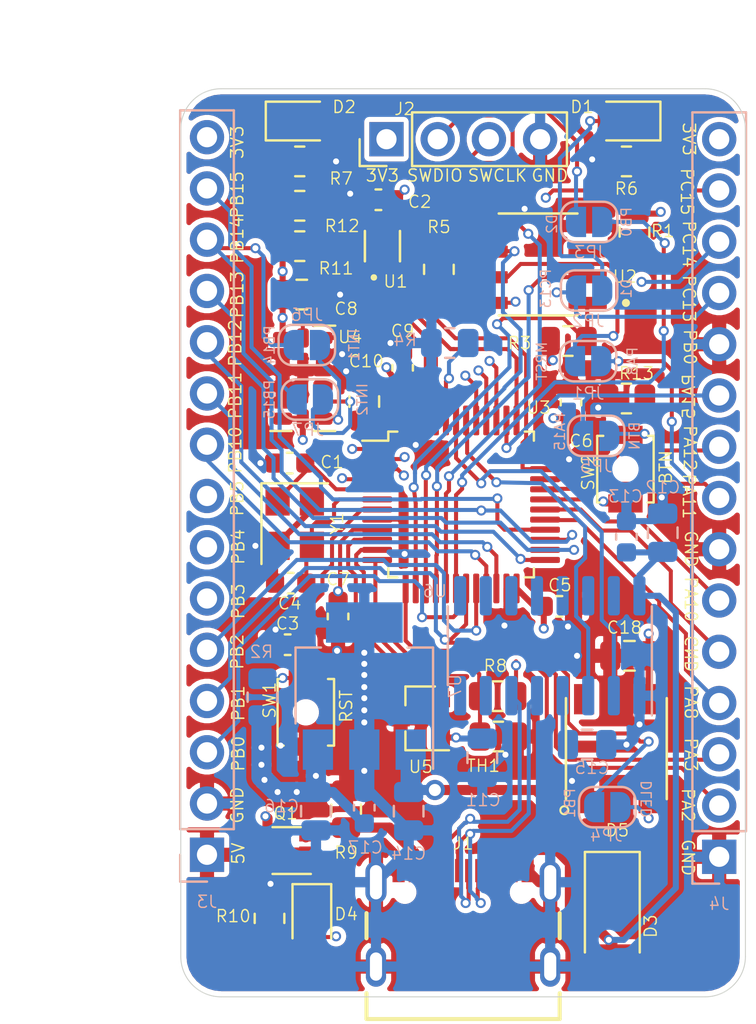
<source format=kicad_pcb>
(kicad_pcb (version 20171130) (host pcbnew "(5.1.12)-1")
  (layers (0 F.Cu signal) (1 POWER signal) (2 GND signal) (31 B.Cu signal) (34 B.Paste user) (35 F.Paste user) (36 B.SilkS user) (37 F.SilkS user) (38 B.Mask user) (39 F.Mask user) (44 Edge.Cuts user))
  (net 0 "")
  (net 1 GND)
  (net 2 +3V3)
  (net 3 +5V)
  (net 4 "Net-(D1-Pad1)")
  (net 5 SDIO)
  (net 6 PB1)
  (net 7 "Net-(D2-Pad1)")
  (net 8 PA14_SWCLK)
  (net 9 PA13_SWDIO)
  (net 10 PA4_SPI1_NSS)
  (net 11 DO)
  (net 12 DI)
  (net 13 CLK)
  (net 14 XI)
  (net 15 XO)
  (net 16 PA12_USB_DP)
  (net 17 PA11_USB_DM)
  (net 18 VBUS)
  (net 19 PB9_I2C1_SDA)
  (net 20 PB8_I2C1_SCL)
  (net 21 PB7_UART1_RX)
  (net 22 PB6_UART1_TX)
  (net 23 "Net-(C14-Pad1)")
  (net 24 D-)
  (net 25 D+)
  (net 26 TEMP_A1)
  (net 27 PB0)
  (net 28 PC13)
  (net 29 "Net-(D4-Pad1)")
  (net 30 PB15)
  (net 31 PB14)
  (net 32 PB13)
  (net 33 PB12)
  (net 34 PB11)
  (net 35 PB10)
  (net 36 PB5)
  (net 37 PB4)
  (net 38 PB3)
  (net 39 PB2)
  (net 40 PA10)
  (net 41 PA9)
  (net 42 PA8)
  (net 43 PA3)
  (net 44 PA2)
  (net 45 MEM_RST)
  (net 46 TEMP_A0)
  (net 47 "Net-(D2-Pad2)")
  (net 48 PC15)
  (net 49 PC14)
  (net 50 PA15)
  (net 51 "Net-(U6-Pad10)")
  (net 52 "Net-(U6-Pad9)")
  (net 53 "Net-(U6-Pad8)")
  (net 54 "Net-(C3-Pad1)")
  (net 55 "Net-(C15-Pad1)")
  (net 56 "Net-(D1-Pad2)")
  (net 57 "Net-(J1-PadB8)")
  (net 58 "Net-(J1-PadA5)")
  (net 59 "Net-(J1-PadB5)")
  (net 60 "Net-(J1-PadA8)")
  (net 61 "Net-(R4-Pad1)")
  (net 62 "Net-(U4-Pad10)")
  (net 63 "Net-(U6-Pad14)")
  (net 64 "Net-(U6-Pad13)")
  (net 65 "Net-(U6-Pad12)")
  (net 66 "Net-(U6-Pad11)")
  (net 67 "Net-(U6-Pad7)")
  (net 68 "Net-(D5-Pad4)")
  (net 69 DLED)
  (net 70 UBTN)
  (net 71 INT1)
  (net 72 INT2)
  (net 73 "Net-(U6-Pad15)")
  (module Jumper:SolderJumper-2_P1.3mm_Open_RoundedPad1.0x1.5mm (layer B.Cu) (at 92.8 70.5 180)
    (fp_text reference JP7 (at 0.1 -1.5) (layer B.SilkS) (effects (font (size 0.6 0.6) (thickness 0.07)) (justify mirror)))
    (fp_text value Jumper_NC_Small)
    (pad 2 smd custom (at 0.65 0 180) (size 1 0.5) (layers B.Cu B.Mask) (net 30 PB15) (options (clearance outline) (anchor rect)) (primitives (gr_circle (center 0 -0.25) (end 0.5 -0.25) (width 0)) (gr_circle (center 0 0.25) (end 0.5 0.25) (width 0)) (gr_poly (pts (xy 0 0.75) (xy -0.5 0.75) (xy -0.5 -0.75) (xy 0 -0.75)) (width 0))))
    (pad 1 smd custom (at -0.65 0 180) (size 1 0.5) (layers B.Cu B.Mask) (net 72 INT2) (options (clearance outline) (anchor rect)) (primitives (gr_circle (center 0 -0.25) (end 0.5 -0.25) (width 0)) (gr_circle (center 0 0.25) (end 0.5 0.25) (width 0)) (gr_poly (pts (xy 0 0.75) (xy 0.5 0.75) (xy 0.5 -0.75) (xy 0 -0.75)) (width 0))))
  )
  (module Jumper:SolderJumper-2_P1.3mm_Open_RoundedPad1.0x1.5mm (layer B.Cu) (at 92.65 67.8 180)
    (fp_text reference JP6 (at 0 1.5) (layer B.SilkS) (effects (font (size 0.6 0.6) (thickness 0.07)) (justify mirror)))
    (fp_text value Jumper_NC_Small)
    (pad 2 smd custom (at 0.65 0 180) (size 1 0.5) (layers B.Cu B.Mask) (net 31 PB14) (options (clearance outline) (anchor rect)) (primitives (gr_circle (center 0 -0.25) (end 0.5 -0.25) (width 0)) (gr_circle (center 0 0.25) (end 0.5 0.25) (width 0)) (gr_poly (pts (xy 0 0.75) (xy -0.5 0.75) (xy -0.5 -0.75) (xy 0 -0.75)) (width 0))))
    (pad 1 smd custom (at -0.65 0 180) (size 1 0.5) (layers B.Cu B.Mask) (net 71 INT1) (options (clearance outline) (anchor rect)) (primitives (gr_circle (center 0 -0.25) (end 0.5 -0.25) (width 0)) (gr_circle (center 0 0.25) (end 0.5 0.25) (width 0)) (gr_poly (pts (xy 0 0.75) (xy 0.5 0.75) (xy 0.5 -0.75) (xy 0 -0.75)) (width 0))))
  )
  (module Jumper:SolderJumper-2_P1.3mm_Open_RoundedPad1.0x1.5mm (layer B.Cu) (at 107 72.3)
    (fp_text reference JP5 (at 0 1.5 180) (layer B.SilkS) (effects (font (size 0.6 0.6) (thickness 0.07)) (justify mirror)))
    (fp_text value Jumper_NC_Small)
    (pad 2 smd custom (at 0.65 0) (size 1 0.5) (layers B.Cu B.Mask) (net 70 UBTN) (options (clearance outline) (anchor rect)) (primitives (gr_circle (center 0 -0.25) (end 0.5 -0.25) (width 0)) (gr_circle (center 0 0.25) (end 0.5 0.25) (width 0)) (gr_poly (pts (xy 0 0.75) (xy -0.5 0.75) (xy -0.5 -0.75) (xy 0 -0.75)) (width 0))))
    (pad 1 smd custom (at -0.65 0) (size 1 0.5) (layers B.Cu B.Mask) (net 50 PA15) (options (clearance outline) (anchor rect)) (primitives (gr_circle (center 0 -0.25) (end 0.5 -0.25) (width 0)) (gr_circle (center 0 0.25) (end 0.5 0.25) (width 0)) (gr_poly (pts (xy 0 0.75) (xy 0.5 0.75) (xy 0.5 -0.75) (xy 0 -0.75)) (width 0))))
  )
  (module Jumper:SolderJumper-2_P1.3mm_Open_RoundedPad1.0x1.5mm (layer B.Cu) (at 107.55 90.7)
    (fp_text reference JP4 (at -0.05 1.4 180) (layer B.SilkS) (effects (font (size 0.6 0.6) (thickness 0.07)) (justify mirror)))
    (fp_text value Jumper_NC_Small)
    (pad 2 smd custom (at 0.65 0) (size 1 0.5) (layers B.Cu B.Mask) (net 69 DLED) (options (clearance outline) (anchor rect)) (primitives (gr_circle (center 0 -0.25) (end 0.5 -0.25) (width 0)) (gr_circle (center 0 0.25) (end 0.5 0.25) (width 0)) (gr_poly (pts (xy 0 0.75) (xy -0.5 0.75) (xy -0.5 -0.75) (xy 0 -0.75)) (width 0))))
    (pad 1 smd custom (at -0.65 0) (size 1 0.5) (layers B.Cu B.Mask) (net 6 PB1) (options (clearance outline) (anchor rect)) (primitives (gr_circle (center 0 -0.25) (end 0.5 -0.25) (width 0)) (gr_circle (center 0 0.25) (end 0.5 0.25) (width 0)) (gr_poly (pts (xy 0 0.75) (xy 0.5 0.75) (xy 0.5 -0.75) (xy 0 -0.75)) (width 0))))
  )
  (module Package_LGA:LGA-14_3x5mm_P0.8mm_LayoutBorder1x6y (layer F.Cu) (at 92.45 69.45)
    (fp_text reference U4 (at 2.35 -2.05) (layer F.SilkS) (effects (font (size 0.6 0.6) (thickness 0.07))))
    (fp_text value ADXL343)
    (pad 14 smd roundrect (at 0 -2) (size 0.6 0.95) (layers F.Cu F.Paste F.Mask) (net 20 PB8_I2C1_SCL))
    (pad 13 smd roundrect (at 1 -2) (size 0.95 0.6) (layers F.Cu F.Paste F.Mask) (net 19 PB9_I2C1_SDA))
    (pad 12 smd roundrect (at 1 -1.2) (size 0.95 0.6) (layers F.Cu F.Paste F.Mask) (net 1 GND))
    (pad 11 smd roundrect (at 1 -0.4) (size 0.95 0.6) (layers F.Cu F.Paste F.Mask) (net 1 GND))
    (pad 10 smd roundrect (at 1 0.4) (size 0.95 0.6) (layers F.Cu F.Paste F.Mask) (net 62 "Net-(U4-Pad10)"))
    (pad 9 smd roundrect (at 1 1.2) (size 0.95 0.6) (layers F.Cu F.Paste F.Mask) (net 72 INT2))
    (pad 8 smd roundrect (at 1 2) (size 0.95 0.6) (layers F.Cu F.Paste F.Mask) (net 71 INT1))
    (pad 7 smd roundrect (at 0 2) (size 0.6 0.95) (layers F.Cu F.Paste F.Mask) (net 2 +3V3))
    (pad 6 smd roundrect (at -1 2) (size 0.95 0.6) (layers F.Cu F.Paste F.Mask) (net 2 +3V3))
    (pad 5 smd roundrect (at -1 1.2) (size 0.95 0.6) (layers F.Cu F.Paste F.Mask) (net 1 GND))
    (pad 4 smd roundrect (at -1 0.4) (size 0.95 0.6) (layers F.Cu F.Paste F.Mask) (net 1 GND))
    (pad 3 smd roundrect (at -1 -0.4) (size 0.95 0.6) (layers F.Cu F.Paste F.Mask) (net 1 GND))
    (pad 2 smd roundrect (at -1 -1.2) (size 0.95 0.6) (layers F.Cu F.Paste F.Mask) (net 1 GND))
    (pad 1 smd roundrect (at -1 -2) (size 0.95 0.6) (layers F.Cu F.Paste F.Mask) (net 2 +3V3))
  )
  (module Button_Switch_SMD:SW_SPST_B3U-1000P-B (layer F.Cu) (at 108.45 73.95 270)
    (fp_text reference SW2 (at 0.15 1.85 90) (layer F.SilkS) (effects (font (size 0.6 0.6) (thickness 0.07))))
    (fp_text value SW_Push)
    (pad "" np_thru_hole circle (at 0 0 270) (size 0.8 0.8) (drill 0.8) (layers *.Cu *.Mask))
    (pad 2 smd rect (at 1.7 0 270) (size 0.9 1.7) (layers F.Cu F.Paste F.Mask) (net 2 +3V3))
    (pad 1 smd rect (at -1.7 0 270) (size 0.9 1.7) (layers F.Cu F.Paste F.Mask) (net 70 UBTN))
  )
  (module Resistor_SMD:R_0805_2012Metric (layer F.Cu) (at 108.5 70.45 180)
    (fp_text reference R13 (at -0.5 1.25) (layer F.SilkS) (effects (font (size 0.6 0.6) (thickness 0.07))))
    (fp_text value 10K)
    (pad 2 smd roundrect (at 0.9125 0 180) (size 1.025 1.4) (layers F.Cu F.Paste F.Mask) (roundrect_rratio 0.2439014634146341) (net 1 GND))
    (pad 1 smd roundrect (at -0.9125 0 180) (size 1.025 1.4) (layers F.Cu F.Paste F.Mask) (roundrect_rratio 0.2439014634146341) (net 70 UBTN))
  )
  (module Capacitor_SMD:C_0805_2012Metric (layer F.Cu) (at 108.65 83.2 180)
    (fp_text reference C18 (at 0.25 1.4) (layer F.SilkS) (effects (font (size 0.6 0.6) (thickness 0.07))))
    (fp_text value 10uF)
    (pad 2 smd roundrect (at 0.95 0 180) (size 1 1.45) (layers F.Cu F.Paste F.Mask) (net 1 GND))
    (pad 1 smd roundrect (at -0.95 0 180) (size 1 1.45) (layers F.Cu F.Paste F.Mask) (net 2 +3V3))
  )
  (module 1KiCadLib:LED-DIGITAL-IN-PI554FCH (layer F.Cu) (at 108 87.8 90)
    (fp_text reference D5 (at -4.05 0.05 180) (layer F.SilkS) (effects (font (size 0.6 0.6) (thickness 0.07))))
    (fp_text value LED-DIGITAL-IN-PI554FCH)
    (pad 1 smd rect (at -2.45 -1.6 90) (size 1.5 1) (layers F.Cu F.Paste F.Mask) (net 1 GND))
    (pad 2 smd rect (at -2.45 1.6 90) (size 1.5 1) (layers F.Cu F.Paste F.Mask) (net 69 DLED))
    (pad 3 smd rect (at 2.45 1.6 90) (size 1.5 1) (layers F.Cu F.Paste F.Mask) (net 2 +3V3))
    (pad 4 smd rect (at 2.45 -1.6 90) (size 1.5 1) (layers F.Cu F.Paste F.Mask) (net 68 "Net-(D5-Pad4)"))
  )
  (module Resistor_SMD:R_0805_2012Metric (layer F.Cu) (at 92.3 60.9)
    (fp_text reference R12 (at 2.1 1) (layer F.SilkS) (effects (font (size 0.6 0.6) (thickness 0.07))))
    (fp_text value 10K)
    (pad 2 smd roundrect (at 0.9125 0) (size 1.025 1.4) (layers F.Cu F.Paste F.Mask) (roundrect_rratio 0.2439014634146341) (net 20 PB8_I2C1_SCL))
    (pad 1 smd roundrect (at -0.9125 0) (size 1.025 1.4) (layers F.Cu F.Paste F.Mask) (roundrect_rratio 0.2439014634146341) (net 2 +3V3))
  )
  (module Resistor_SMD:R_0805_2012Metric (layer F.Cu) (at 92.3 62.9)
    (fp_text reference R11 (at 1.8 1.1) (layer F.SilkS) (effects (font (size 0.6 0.6) (thickness 0.07))))
    (fp_text value 10K)
    (pad 2 smd roundrect (at 0.9125 0) (size 1.025 1.4) (layers F.Cu F.Paste F.Mask) (roundrect_rratio 0.2439014634146341) (net 19 PB9_I2C1_SDA))
    (pad 1 smd roundrect (at -0.9125 0) (size 1.025 1.4) (layers F.Cu F.Paste F.Mask) (roundrect_rratio 0.2439014634146341) (net 2 +3V3))
  )
  (module Package_TO_SOT_SMD:SOT-223-3_TabPin2 (layer B.Cu) (at 95.5 84.7 90)
    (fp_text reference U7 (at 0 4.5 90) (layer B.SilkS) (effects (font (size 0.6 0.6) (thickness 0.07)) (justify mirror)))
    (fp_text value TC1264-3.3VDBTR)
    (pad 1 smd rect (at -3.15 2.3 90) (size 2 1.5) (layers B.Cu B.Paste B.Mask) (net 23 "Net-(C14-Pad1)"))
    (pad 3 smd rect (at -3.15 -2.3 90) (size 2 1.5) (layers B.Cu B.Paste B.Mask) (net 2 +3V3))
    (pad 2 smd rect (at -3.15 0 90) (size 2 1.5) (layers B.Cu B.Paste B.Mask) (net 1 GND))
    (pad 2 smd rect (at 3.15 0 90) (size 2 3.8) (layers B.Cu B.Paste B.Mask) (net 1 GND))
  )
  (module Jumper:SolderJumper-2_P1.3mm_Open_RoundedPad1.0x1.5mm (layer B.Cu) (at 106.65 61.7 180)
    (fp_text reference JP3 (at -0.05 -1.5 180) (layer B.SilkS) (effects (font (size 0.6 0.6) (thickness 0.07)) (justify mirror)))
    (fp_text value Jumper_NC_Small)
    (pad 2 smd custom (at 0.65 0 180) (size 1 0.5) (layers B.Cu B.Mask) (net 47 "Net-(D2-Pad2)") (options (clearance outline) (anchor rect)) (primitives (gr_circle (center 0 -0.25) (end 0.5 -0.25) (width 0)) (gr_circle (center 0 0.25) (end 0.5 0.25) (width 0)) (gr_poly (pts (xy 0 0.75) (xy -0.5 0.75) (xy -0.5 -0.75) (xy 0 -0.75)) (width 0))))
    (pad 1 smd custom (at -0.65 0 180) (size 1 0.5) (layers B.Cu B.Mask) (net 27 PB0) (options (clearance outline) (anchor rect)) (primitives (gr_circle (center 0 -0.25) (end 0.5 -0.25) (width 0)) (gr_circle (center 0 0.25) (end 0.5 0.25) (width 0)) (gr_poly (pts (xy 0 0.75) (xy 0.5 0.75) (xy 0.5 -0.75) (xy 0 -0.75)) (width 0))))
  )
  (module Jumper:SolderJumper-2_P1.3mm_Open_RoundedPad1.0x1.5mm (layer B.Cu) (at 106.65 65.1)
    (fp_text reference JP2 (at -0.05 1.5 180) (layer B.SilkS) (effects (font (size 0.6 0.6) (thickness 0.07)) (justify mirror)))
    (fp_text value Jumper_NC_Small)
    (pad 2 smd custom (at 0.65 0) (size 1 0.5) (layers B.Cu B.Mask) (net 56 "Net-(D1-Pad2)") (options (clearance outline) (anchor rect)) (primitives (gr_circle (center 0 -0.25) (end 0.5 -0.25) (width 0)) (gr_circle (center 0 0.25) (end 0.5 0.25) (width 0)) (gr_poly (pts (xy 0 0.75) (xy -0.5 0.75) (xy -0.5 -0.75) (xy 0 -0.75)) (width 0))))
    (pad 1 smd custom (at -0.65 0) (size 1 0.5) (layers B.Cu B.Mask) (net 28 PC13) (options (clearance outline) (anchor rect)) (primitives (gr_circle (center 0 -0.25) (end 0.5 -0.25) (width 0)) (gr_circle (center 0 0.25) (end 0.5 0.25) (width 0)) (gr_poly (pts (xy 0 0.75) (xy 0.5 0.75) (xy 0.5 -0.75) (xy 0 -0.75)) (width 0))))
  )
  (module Resistor_SMD:R_0805_2012Metric (layer F.Cu) (at 108.5 58.7 180)
    (fp_text reference R6 (at 0 -1.35) (layer F.SilkS) (effects (font (size 0.6 0.6) (thickness 0.07))))
    (fp_text value 1.5K)
    (pad 2 smd roundrect (at 0.9125 0 180) (size 1.025 1.4) (layers F.Cu F.Paste F.Mask) (roundrect_rratio 0.2439014634146341) (net 1 GND))
    (pad 1 smd roundrect (at -0.9125 0 180) (size 1.025 1.4) (layers F.Cu F.Paste F.Mask) (roundrect_rratio 0.2439014634146341) (net 4 "Net-(D1-Pad1)"))
  )
  (module Jumper:SolderJumper-2_P1.3mm_Open_RoundedPad1.0x1.5mm (layer B.Cu) (at 106.6 68.6)
    (fp_text reference JP1 (at 0 1.6 180) (layer B.SilkS) (effects (font (size 0.6 0.6) (thickness 0.07)) (justify mirror)))
    (fp_text value Jumper_NC_Small)
    (pad 2 smd custom (at 0.65 0) (size 1 0.5) (layers B.Cu B.Mask) (net 42 PA8) (options (clearance outline) (anchor rect)) (primitives (gr_circle (center 0 -0.25) (end 0.5 -0.25) (width 0)) (gr_circle (center 0 0.25) (end 0.5 0.25) (width 0)) (gr_poly (pts (xy 0 0.75) (xy -0.5 0.75) (xy -0.5 -0.75) (xy 0 -0.75)) (width 0))))
    (pad 1 smd custom (at -0.65 0) (size 1 0.5) (layers B.Cu B.Mask) (net 45 MEM_RST) (options (clearance outline) (anchor rect)) (primitives (gr_circle (center 0 -0.25) (end 0.5 -0.25) (width 0)) (gr_circle (center 0 0.25) (end 0.5 0.25) (width 0)) (gr_poly (pts (xy 0 0.75) (xy 0.5 0.75) (xy 0.5 -0.75) (xy 0 -0.75)) (width 0))))
  )
  (module LED_SMD:LED_0805_2012Metric (layer F.Cu) (at 108.5 56.7 180)
    (fp_text reference D1 (at 2.2 0.7) (layer F.SilkS) (effects (font (size 0.6 0.6) (thickness 0.07))))
    (fp_text value LED)
    (pad 2 smd roundrect (at 0.9375 0 180) (size 0.975 1.4) (layers F.Cu F.Paste F.Mask) (net 56 "Net-(D1-Pad2)"))
    (pad 1 smd roundrect (at -0.9375 0 180) (size 0.975 1.4) (layers F.Cu F.Paste F.Mask) (net 4 "Net-(D1-Pad1)"))
  )
  (module Package_TO_SOT_SMD:SOT-23 (layer F.Cu) (at 98.3 86.3 180)
    (fp_text reference U5 (at 0 -2.4) (layer F.SilkS) (effects (font (size 0.6 0.6) (thickness 0.07))))
    (fp_text value MCP9701T-E/TT)
    (pad 3 smd rect (at 1 0 180) (size 0.9 0.8) (layers F.Cu F.Paste F.Mask) (net 1 GND))
    (pad 2 smd rect (at -1 0.95 180) (size 0.9 0.8) (layers F.Cu F.Paste F.Mask) (net 46 TEMP_A0))
    (pad 1 smd rect (at -1 -0.95 180) (size 0.9 0.8) (layers F.Cu F.Paste F.Mask) (net 2 +3V3))
  )
  (module Resistor_SMD:R_0805_2012Metric (layer F.Cu) (at 102.15 87.2)
    (fp_text reference TH1 (at -0.75 1.45 180) (layer F.SilkS) (effects (font (size 0.6 0.6) (thickness 0.07))))
    (fp_text value "NTC 10K")
    (pad 2 smd roundrect (at 0.9125 0) (size 1.025 1.4) (layers F.Cu F.Paste F.Mask) (roundrect_rratio 0.2439014634146341) (net 1 GND))
    (pad 1 smd roundrect (at -0.9125 0) (size 1.025 1.4) (layers F.Cu F.Paste F.Mask) (roundrect_rratio 0.2439014634146341) (net 26 TEMP_A1))
  )
  (module Resistor_SMD:R_0805_2012Metric (layer F.Cu) (at 102.1125 85.2 180)
    (fp_text reference R8 (at 0.1125 1.5) (layer F.SilkS) (effects (font (size 0.6 0.6) (thickness 0.07))))
    (fp_text value 10K)
    (pad 2 smd roundrect (at 0.9125 0 180) (size 1.025 1.4) (layers F.Cu F.Paste F.Mask) (roundrect_rratio 0.2439014634146341) (net 26 TEMP_A1))
    (pad 1 smd roundrect (at -0.9125 0 180) (size 1.025 1.4) (layers F.Cu F.Paste F.Mask) (roundrect_rratio 0.2439014634146341) (net 2 +3V3))
  )
  (module Capacitor_SMD:C_0805_2012Metric (layer B.Cu) (at 101.35 88.25 270)
    (fp_text reference C11 (at 2.1 -0.05 180) (layer B.SilkS) (effects (font (size 0.6 0.6) (thickness 0.07)) (justify mirror)))
    (fp_text value 10uF)
    (pad 2 smd roundrect (at 0.95 0 270) (size 1 1.45) (layers B.Cu B.Paste B.Mask) (net 1 GND))
    (pad 1 smd roundrect (at -0.95 0 270) (size 1 1.45) (layers B.Cu B.Paste B.Mask) (net 2 +3V3))
  )
  (module Capacitor_SMD:C_0805_2012Metric (layer F.Cu) (at 92.4 65.3)
    (fp_text reference C8 (at 2.2 0.7) (layer F.SilkS) (effects (font (size 0.6 0.6) (thickness 0.07))))
    (fp_text value 10uF)
    (pad 2 smd roundrect (at 0.95 0) (size 1 1.45) (layers F.Cu F.Paste F.Mask) (net 1 GND))
    (pad 1 smd roundrect (at -0.95 0) (size 1 1.45) (layers F.Cu F.Paste F.Mask) (net 2 +3V3))
  )
  (module Capacitor_SMD:C_0603_1608Metric (layer B.Cu) (at 108.5 77.3 90)
    (fp_text reference C13 (at 2 -0.05 180) (layer B.SilkS) (effects (font (size 0.6 0.6) (thickness 0.07)) (justify mirror)))
    (fp_text value 100nF)
    (pad 2 smd roundrect (at 0.775 0 90) (size 0.9 0.95) (layers B.Cu B.Paste B.Mask) (net 1 GND))
    (pad 1 smd roundrect (at -0.775 0 90) (size 0.9 0.95) (layers B.Cu B.Paste B.Mask) (net 18 VBUS))
  )
  (module 1KiCadLib:CON_USB_GCT_USB4105_REVA (layer F.Cu) (at 100.4 98.6)
    (fp_text reference J1 (at 0 -6.1) (layer F.SilkS) (effects (font (size 0.6 0.6) (thickness 0.07))))
    (fp_text value CON_USB_GCT_USB4105_REVA)
    (pad B8 smd rect (at -1.75 -4.755) (size 0.3 1.15) (layers F.Cu F.Paste F.Mask) (net 57 "Net-(J1-PadB8)"))
    (pad A5 smd rect (at -1.25 -4.755) (size 0.3 1.15) (layers F.Cu F.Paste F.Mask) (net 58 "Net-(J1-PadA5)"))
    (pad B7 smd rect (at -0.75 -4.755) (size 0.3 1.15) (layers F.Cu F.Paste F.Mask) (net 24 D-))
    (pad B5 smd rect (at 1.75 -4.755) (size 0.3 1.15) (layers F.Cu F.Paste F.Mask) (net 59 "Net-(J1-PadB5)"))
    (pad A8 smd rect (at 1.25 -4.755) (size 0.3 1.15) (layers F.Cu F.Paste F.Mask) (net 60 "Net-(J1-PadA8)"))
    (pad B6 smd rect (at 0.75 -4.755) (size 0.3 1.15) (layers F.Cu F.Paste F.Mask) (net 25 D+))
    (pad A6 smd rect (at -0.25 -4.755) (size 0.3 1.15) (layers F.Cu F.Paste F.Mask) (net 25 D+))
    (pad A7 smd rect (at 0.25 -4.755) (size 0.3 1.15) (layers F.Cu F.Paste F.Mask) (net 24 D-))
    (pad B4/A9 smd rect (at 2.4 -4.755) (size 0.6 1.15) (layers F.Cu F.Paste F.Mask) (net 18 VBUS))
    (pad A4/B9 smd rect (at -2.4 -4.755) (size 0.6 1.15) (layers F.Cu F.Paste F.Mask) (net 18 VBUS))
    (pad B1/A12 smd rect (at 3.2 -4.755) (size 0.6 1.15) (layers F.Cu F.Paste F.Mask) (net 1 GND))
    (pad A1/B12 smd rect (at -3.2 -4.755) (size 0.6 1.15) (layers F.Cu F.Paste F.Mask) (net 1 GND))
    (pad None np_thru_hole circle (at -2.89 -3.68) (size 0.65 0.65) (drill 0.65) (layers *.Cu *.Mask))
    (pad None np_thru_hole circle (at 2.89 -3.68) (size 0.65 0.65) (drill 0.65) (layers *.Cu *.Mask))
    (pad G4 thru_hole oval (at 4.32 -4.18) (size 1.05 2.1) (drill oval 0.6 1.7) (layers *.Cu *.Mask) (net 1 GND))
    (pad G3 thru_hole oval (at -4.32 -4.18) (size 1.05 2.1) (drill oval 0.6 1.7) (layers *.Cu *.Mask) (net 1 GND))
    (pad G2 thru_hole oval (at 4.32 0) (size 1 2) (drill oval 0.6 1.4) (layers *.Cu *.Mask) (net 1 GND))
    (pad G1 thru_hole oval (at -4.32 0) (size 1 2) (drill oval 0.6 1.4) (layers *.Cu *.Mask) (net 1 GND))
  )
  (module Package_SO:SOIC-16_3.9x9.9mm_P1.27mm (layer B.Cu) (at 104.7 82.7 90)
    (fp_text reference U6 (at 2.7 -5.7) (layer B.SilkS) (effects (font (size 0.6 0.6) (thickness 0.07)) (justify mirror)))
    (fp_text value CH340C)
    (pad 16 smd roundrect (at 2.475 4.445 90) (size 1.95 0.6) (layers B.Cu B.Paste B.Mask) (net 18 VBUS))
    (pad 15 smd roundrect (at 2.475 3.175 90) (size 1.95 0.6) (layers B.Cu B.Paste B.Mask) (net 73 "Net-(U6-Pad15)"))
    (pad 14 smd roundrect (at 2.475 1.905 90) (size 1.95 0.6) (layers B.Cu B.Paste B.Mask) (net 63 "Net-(U6-Pad14)"))
    (pad 13 smd roundrect (at 2.475 0.635 90) (size 1.95 0.6) (layers B.Cu B.Paste B.Mask) (net 64 "Net-(U6-Pad13)"))
    (pad 12 smd roundrect (at 2.475 -0.635 90) (size 1.95 0.6) (layers B.Cu B.Paste B.Mask) (net 65 "Net-(U6-Pad12)"))
    (pad 11 smd roundrect (at 2.475 -1.905 90) (size 1.95 0.6) (layers B.Cu B.Paste B.Mask) (net 66 "Net-(U6-Pad11)"))
    (pad 10 smd roundrect (at 2.475 -3.175 90) (size 1.95 0.6) (layers B.Cu B.Paste B.Mask) (net 51 "Net-(U6-Pad10)"))
    (pad 9 smd roundrect (at 2.475 -4.445 90) (size 1.95 0.6) (layers B.Cu B.Paste B.Mask) (net 52 "Net-(U6-Pad9)"))
    (pad 8 smd roundrect (at -2.475 -4.445 90) (size 1.95 0.6) (layers B.Cu B.Paste B.Mask) (net 53 "Net-(U6-Pad8)"))
    (pad 7 smd roundrect (at -2.475 -3.175 90) (size 1.95 0.6) (layers B.Cu B.Paste B.Mask) (net 67 "Net-(U6-Pad7)"))
    (pad 6 smd roundrect (at -2.475 -1.905 90) (size 1.95 0.6) (layers B.Cu B.Paste B.Mask) (net 24 D-))
    (pad 5 smd roundrect (at -2.475 -0.635 90) (size 1.95 0.6) (layers B.Cu B.Paste B.Mask) (net 25 D+))
    (pad 4 smd roundrect (at -2.475 0.635 90) (size 1.95 0.6) (layers B.Cu B.Paste B.Mask) (net 55 "Net-(C15-Pad1)"))
    (pad 3 smd roundrect (at -2.475 1.905 90) (size 1.95 0.6) (layers B.Cu B.Paste B.Mask) (net 22 PB6_UART1_TX))
    (pad 2 smd roundrect (at -2.475 3.175 90) (size 1.95 0.6) (layers B.Cu B.Paste B.Mask) (net 21 PB7_UART1_RX))
    (pad 1 smd roundrect (at -2.475 4.445 90) (size 1.95 0.6) (layers B.Cu B.Paste B.Mask) (net 1 GND))
  )
  (module Resistor_SMD:R_0805_2012Metric (layer F.Cu) (at 94.6 90.8 90)
    (fp_text reference R9 (at -2.15 0 180) (layer F.SilkS) (effects (font (size 0.6 0.6) (thickness 0.07))))
    (fp_text value 100K)
    (pad 2 smd roundrect (at 0.9125 0 90) (size 1.025 1.4) (layers F.Cu F.Paste F.Mask) (roundrect_rratio 0.2439014634146341) (net 1 GND))
    (pad 1 smd roundrect (at -0.9125 0 90) (size 1.025 1.4) (layers F.Cu F.Paste F.Mask) (roundrect_rratio 0.2439014634146341) (net 18 VBUS))
  )
  (module Package_TO_SOT_SMD:SOT-363_SC-70-6 (layer F.Cu) (at 91.65 92.85 180)
    (fp_text reference Q1 (at 0.05 1.85) (layer F.SilkS) (effects (font (size 0.6 0.6) (thickness 0.07))))
    (fp_text value MIC94052YC6-TR)
    (pad 6 smd rect (at 0.95 -0.65 180) (size 0.65 0.4) (layers F.Cu F.Paste F.Mask) (net 3 +5V))
    (pad 4 smd rect (at 0.95 0.65 180) (size 0.65 0.4) (layers F.Cu F.Paste F.Mask) (net 23 "Net-(C14-Pad1)"))
    (pad 2 smd rect (at -0.95 0 180) (size 0.65 0.4) (layers F.Cu F.Paste F.Mask) (net 3 +5V))
    (pad 5 smd rect (at 0.95 0 180) (size 0.65 0.4) (layers F.Cu F.Paste F.Mask) (net 3 +5V))
    (pad 3 smd rect (at -0.95 0.65 180) (size 0.65 0.4) (layers F.Cu F.Paste F.Mask) (net 18 VBUS))
    (pad 1 smd rect (at -0.95 -0.65 180) (size 0.65 0.4) (layers F.Cu F.Paste F.Mask) (net 3 +5V))
  )
  (module Diode_SMD:D_SOD-128 (layer F.Cu) (at 107.8 96 270)
    (fp_text reference D3 (at 0.6 -1.9 90) (layer F.SilkS) (effects (font (size 0.6 0.6) (thickness 0.07))))
    (fp_text value RB060LAM-40TFTR)
    (pad 2 smd rect (at 2.2 0 270) (size 1.4 2.1) (layers F.Cu F.Paste F.Mask) (net 18 VBUS))
    (pad 1 smd rect (at -2.2 0 270) (size 1.4 2.1) (layers F.Cu F.Paste F.Mask) (net 23 "Net-(C14-Pad1)"))
  )
  (module Capacitor_SMD:C_0805_2012Metric (layer B.Cu) (at 106.55 87.6)
    (fp_text reference C15 (at 0.25 1.15) (layer B.SilkS) (effects (font (size 0.6 0.6) (thickness 0.07)) (justify mirror)))
    (fp_text value 10uF)
    (pad 2 smd roundrect (at 0.95 0) (size 1 1.45) (layers B.Cu B.Paste B.Mask) (net 1 GND))
    (pad 1 smd roundrect (at -0.95 0) (size 1 1.45) (layers B.Cu B.Paste B.Mask) (net 55 "Net-(C15-Pad1)"))
  )
  (module Capacitor_SMD:C_0805_2012Metric (layer B.Cu) (at 110.3 77.1 270)
    (fp_text reference C12 (at -2.25 0 180) (layer B.SilkS) (effects (font (size 0.6 0.6) (thickness 0.07)) (justify mirror)))
    (fp_text value 10uF)
    (pad 2 smd roundrect (at 0.95 0 270) (size 1 1.45) (layers B.Cu B.Paste B.Mask) (net 18 VBUS))
    (pad 1 smd roundrect (at -0.95 0 270) (size 1 1.45) (layers B.Cu B.Paste B.Mask) (net 1 GND))
  )
  (module Crystal:Crystal_SMD_3225-4Pin_3.2x2.5mm (layer F.Cu) (at 92.05 76.65 270)
    (fp_text reference Y1 (at 0 -2.1 90) (layer F.SilkS) (effects (font (size 0.6 0.6) (thickness 0.07))))
    (fp_text value 16MHz)
    (pad 4 smd rect (at -1.1 -0.85 270) (size 1.4 1.2) (layers F.Cu F.Paste F.Mask) (net 1 GND))
    (pad 3 smd rect (at 1.1 -0.85 270) (size 1.4 1.2) (layers F.Cu F.Paste F.Mask) (net 15 XO))
    (pad 2 smd rect (at 1.1 0.85 270) (size 1.4 1.2) (layers F.Cu F.Paste F.Mask) (net 1 GND))
    (pad 1 smd rect (at -1.1 0.85 270) (size 1.4 1.2) (layers F.Cu F.Paste F.Mask) (net 14 XI))
  )
  (module Button_Switch_SMD:SW_SPST_B3U-1000P-B (layer F.Cu) (at 92.6 86 90)
    (fp_text reference SW1 (at 0.6 -1.8 90) (layer F.SilkS) (effects (font (size 0.6 0.6) (thickness 0.07))))
    (fp_text value SW_Push)
    (pad "" np_thru_hole circle (at 0 0 90) (size 0.8 0.8) (drill 0.8) (layers *.Cu *.Mask))
    (pad 2 smd rect (at 1.7 0 90) (size 0.9 1.7) (layers F.Cu F.Paste F.Mask) (net 54 "Net-(C3-Pad1)"))
    (pad 1 smd rect (at -1.7 0 90) (size 0.9 1.7) (layers F.Cu F.Paste F.Mask) (net 1 GND))
  )
  (module Resistor_SMD:R_0805_2012Metric (layer B.Cu) (at 99.7375 67.7 180)
    (fp_text reference R4 (at 2.2125 0.15) (layer B.SilkS) (effects (font (size 0.6 0.6) (thickness 0.07)) (justify mirror)))
    (fp_text value 10K)
    (pad 2 smd roundrect (at 0.9125 0 180) (size 1.025 1.4) (layers B.Cu B.Paste B.Mask) (roundrect_rratio 0.2439014634146341) (net 1 GND))
    (pad 1 smd roundrect (at -0.9125 0 180) (size 1.025 1.4) (layers B.Cu B.Paste B.Mask) (roundrect_rratio 0.2439014634146341) (net 61 "Net-(R4-Pad1)"))
  )
  (module Resistor_SMD:R_0805_2012Metric (layer B.Cu) (at 90.45 85.25 90)
    (fp_text reference R2 (at 2.25 -0.05) (layer B.SilkS) (effects (font (size 0.6 0.6) (thickness 0.07)) (justify mirror)))
    (fp_text value 10K)
    (pad 2 smd roundrect (at 0.9125 0 90) (size 1.025 1.4) (layers B.Cu B.Paste B.Mask) (roundrect_rratio 0.2439014634146341) (net 54 "Net-(C3-Pad1)"))
    (pad 1 smd roundrect (at -0.9125 0 90) (size 1.025 1.4) (layers B.Cu B.Paste B.Mask) (roundrect_rratio 0.2439014634146341) (net 2 +3V3))
  )
  (module Capacitor_SMD:C_0603_1608Metric (layer F.Cu) (at 94.2 81.25 270)
    (fp_text reference C7 (at -1.85 0 180) (layer F.SilkS) (effects (font (size 0.6 0.6) (thickness 0.07))))
    (fp_text value 100nF)
    (pad 2 smd roundrect (at 0.775 0 270) (size 0.9 0.95) (layers F.Cu F.Paste F.Mask) (net 1 GND))
    (pad 1 smd roundrect (at -0.775 0 270) (size 0.9 0.95) (layers F.Cu F.Paste F.Mask) (net 2 +3V3))
  )
  (module Capacitor_SMD:C_0603_1608Metric (layer F.Cu) (at 105.75 70.65 90)
    (fp_text reference C6 (at -1.9 0.5 180) (layer F.SilkS) (effects (font (size 0.6 0.6) (thickness 0.07))))
    (fp_text value 100nF)
    (pad 2 smd roundrect (at 0.775 0 90) (size 0.9 0.95) (layers F.Cu F.Paste F.Mask) (net 1 GND))
    (pad 1 smd roundrect (at -0.775 0 90) (size 0.9 0.95) (layers F.Cu F.Paste F.Mask) (net 2 +3V3))
  )
  (module Capacitor_SMD:C_0603_1608Metric (layer F.Cu) (at 105.175 80.75)
    (fp_text reference C5 (at 0.025 -1.05) (layer F.SilkS) (effects (font (size 0.6 0.6) (thickness 0.07))))
    (fp_text value 100nF)
    (pad 2 smd roundrect (at 0.775 0) (size 0.9 0.95) (layers F.Cu F.Paste F.Mask) (net 1 GND))
    (pad 1 smd roundrect (at -0.775 0) (size 0.9 0.95) (layers F.Cu F.Paste F.Mask) (net 2 +3V3))
  )
  (module Capacitor_SMD:C_0603_1608Metric (layer F.Cu) (at 91.7 82.65 180)
    (fp_text reference C3 (at 0 1.05) (layer F.SilkS) (effects (font (size 0.6 0.6) (thickness 0.07))))
    (fp_text value 100nF)
    (pad 2 smd roundrect (at 0.775 0 180) (size 0.9 0.95) (layers F.Cu F.Paste F.Mask) (net 1 GND))
    (pad 1 smd roundrect (at -0.775 0 180) (size 0.9 0.95) (layers F.Cu F.Paste F.Mask) (net 54 "Net-(C3-Pad1)"))
  )
  (module Capacitor_SMD:C_0603_1608Metric (layer F.Cu) (at 91.85 79.6 180)
    (fp_text reference C4 (at 0.05 -1) (layer F.SilkS) (effects (font (size 0.6 0.6) (thickness 0.07))))
    (fp_text value 12pF)
    (pad 2 smd roundrect (at 0.775 0 180) (size 0.9 0.95) (layers F.Cu F.Paste F.Mask) (net 1 GND))
    (pad 1 smd roundrect (at -0.775 0 180) (size 0.9 0.95) (layers F.Cu F.Paste F.Mask) (net 15 XO))
  )
  (module Capacitor_SMD:C_0603_1608Metric (layer F.Cu) (at 91.8 73.65 180)
    (fp_text reference C1 (at -2.1 0.05) (layer F.SilkS) (effects (font (size 0.6 0.6) (thickness 0.07))))
    (fp_text value 12pF)
    (pad 2 smd roundrect (at 0.775 0 180) (size 0.9 0.95) (layers F.Cu F.Paste F.Mask) (net 1 GND))
    (pad 1 smd roundrect (at -0.775 0 180) (size 0.9 0.95) (layers F.Cu F.Paste F.Mask) (net 14 XI))
  )
  (module Connector_PinHeader_2.54mm:PinHeader_1x15_P2.54mm_Vertical (layer B.Cu) (at 113.1 93.16)
    (fp_text reference J4 (at 0 2.33) (layer B.SilkS) (effects (font (size 0.6 0.6) (thickness 0.07)) (justify mirror)))
    (fp_text value PORT)
    (pad 15 thru_hole oval (at 0 -35.56) (size 1.7 1.7) (drill 1) (layers *.Cu *.Mask) (net 2 +3V3))
    (pad 14 thru_hole oval (at 0 -33.02) (size 1.7 1.7) (drill 1) (layers *.Cu *.Mask) (net 48 PC15))
    (pad 13 thru_hole oval (at 0 -30.48) (size 1.7 1.7) (drill 1) (layers *.Cu *.Mask) (net 49 PC14))
    (pad 12 thru_hole oval (at 0 -27.94) (size 1.7 1.7) (drill 1) (layers *.Cu *.Mask) (net 28 PC13))
    (pad 11 thru_hole oval (at 0 -25.4) (size 1.7 1.7) (drill 1) (layers *.Cu *.Mask) (net 1 GND))
    (pad 10 thru_hole oval (at 0 -22.86) (size 1.7 1.7) (drill 1) (layers *.Cu *.Mask) (net 50 PA15))
    (pad 9 thru_hole oval (at 0 -20.32) (size 1.7 1.7) (drill 1) (layers *.Cu *.Mask) (net 16 PA12_USB_DP))
    (pad 8 thru_hole oval (at 0 -17.78) (size 1.7 1.7) (drill 1) (layers *.Cu *.Mask) (net 17 PA11_USB_DM))
    (pad 7 thru_hole oval (at 0 -15.24) (size 1.7 1.7) (drill 1) (layers *.Cu *.Mask) (net 1 GND))
    (pad 6 thru_hole oval (at 0 -12.7) (size 1.7 1.7) (drill 1) (layers *.Cu *.Mask) (net 40 PA10))
    (pad 5 thru_hole oval (at 0 -10.16) (size 1.7 1.7) (drill 1) (layers *.Cu *.Mask) (net 41 PA9))
    (pad 4 thru_hole oval (at 0 -7.62) (size 1.7 1.7) (drill 1) (layers *.Cu *.Mask) (net 42 PA8))
    (pad 3 thru_hole oval (at 0 -5.08) (size 1.7 1.7) (drill 1) (layers *.Cu *.Mask) (net 43 PA3))
    (pad 2 thru_hole oval (at 0 -2.54) (size 1.7 1.7) (drill 1) (layers *.Cu *.Mask) (net 44 PA2))
    (pad 1 thru_hole rect (at 0 0) (size 1.7 1.7) (drill 1) (layers *.Cu *.Mask) (net 1 GND))
  )
  (module Connector_PinHeader_2.54mm:PinHeader_1x15_P2.54mm_Vertical (layer B.Cu) (at 87.7 93.06)
    (fp_text reference J3 (at 0 2.33) (layer B.SilkS) (effects (font (size 0.6 0.6) (thickness 0.07)) (justify mirror)))
    (fp_text value PORT)
    (pad 15 thru_hole oval (at 0 -35.56) (size 1.7 1.7) (drill 1) (layers *.Cu *.Mask) (net 2 +3V3))
    (pad 14 thru_hole oval (at 0 -33.02) (size 1.7 1.7) (drill 1) (layers *.Cu *.Mask) (net 30 PB15))
    (pad 13 thru_hole oval (at 0 -30.48) (size 1.7 1.7) (drill 1) (layers *.Cu *.Mask) (net 31 PB14))
    (pad 12 thru_hole oval (at 0 -27.94) (size 1.7 1.7) (drill 1) (layers *.Cu *.Mask) (net 32 PB13))
    (pad 11 thru_hole oval (at 0 -25.4) (size 1.7 1.7) (drill 1) (layers *.Cu *.Mask) (net 33 PB12))
    (pad 10 thru_hole oval (at 0 -22.86) (size 1.7 1.7) (drill 1) (layers *.Cu *.Mask) (net 34 PB11))
    (pad 9 thru_hole oval (at 0 -20.32) (size 1.7 1.7) (drill 1) (layers *.Cu *.Mask) (net 35 PB10))
    (pad 8 thru_hole oval (at 0 -17.78) (size 1.7 1.7) (drill 1) (layers *.Cu *.Mask) (net 36 PB5))
    (pad 7 thru_hole oval (at 0 -15.24) (size 1.7 1.7) (drill 1) (layers *.Cu *.Mask) (net 37 PB4))
    (pad 6 thru_hole oval (at 0 -12.7) (size 1.7 1.7) (drill 1) (layers *.Cu *.Mask) (net 38 PB3))
    (pad 5 thru_hole oval (at 0 -10.16) (size 1.7 1.7) (drill 1) (layers *.Cu *.Mask) (net 39 PB2))
    (pad 4 thru_hole oval (at 0 -7.62) (size 1.7 1.7) (drill 1) (layers *.Cu *.Mask) (net 6 PB1))
    (pad 3 thru_hole oval (at 0 -5.08) (size 1.7 1.7) (drill 1) (layers *.Cu *.Mask) (net 27 PB0))
    (pad 2 thru_hole oval (at 0 -2.54) (size 1.7 1.7) (drill 1) (layers *.Cu *.Mask) (net 1 GND))
    (pad 1 thru_hole rect (at 0 0) (size 1.7 1.7) (drill 1) (layers *.Cu *.Mask) (net 3 +5V))
  )
  (module Package_QFP:LQFP-48_7x7mm_P0.5mm (layer F.Cu) (at 100.3 75.7)
    (fp_text reference U3 (at 3.85 -4.8) (layer F.SilkS) (effects (font (size 0.6 0.6) (thickness 0.07))))
    (fp_text value STM32L151CCTx)
    (pad 48 smd roundrect (at -2.75 -4.1625) (size 0.3 1.475) (layers F.Cu F.Paste F.Mask) (net 2 +3V3))
    (pad 47 smd roundrect (at -2.25 -4.1625) (size 0.3 1.475) (layers F.Cu F.Paste F.Mask) (net 1 GND))
    (pad 46 smd roundrect (at -1.75 -4.1625) (size 0.3 1.475) (layers F.Cu F.Paste F.Mask) (net 19 PB9_I2C1_SDA))
    (pad 45 smd roundrect (at -1.25 -4.1625) (size 0.3 1.475) (layers F.Cu F.Paste F.Mask) (net 20 PB8_I2C1_SCL))
    (pad 44 smd roundrect (at -0.75 -4.1625) (size 0.3 1.475) (layers F.Cu F.Paste F.Mask) (net 61 "Net-(R4-Pad1)"))
    (pad 43 smd roundrect (at -0.25 -4.1625) (size 0.3 1.475) (layers F.Cu F.Paste F.Mask) (net 21 PB7_UART1_RX))
    (pad 42 smd roundrect (at 0.25 -4.1625) (size 0.3 1.475) (layers F.Cu F.Paste F.Mask) (net 22 PB6_UART1_TX))
    (pad 41 smd roundrect (at 0.75 -4.1625) (size 0.3 1.475) (layers F.Cu F.Paste F.Mask) (net 36 PB5))
    (pad 40 smd roundrect (at 1.25 -4.1625) (size 0.3 1.475) (layers F.Cu F.Paste F.Mask) (net 37 PB4))
    (pad 39 smd roundrect (at 1.75 -4.1625) (size 0.3 1.475) (layers F.Cu F.Paste F.Mask) (net 38 PB3))
    (pad 38 smd roundrect (at 2.25 -4.1625) (size 0.3 1.475) (layers F.Cu F.Paste F.Mask) (net 50 PA15))
    (pad 37 smd roundrect (at 2.75 -4.1625) (size 0.3 1.475) (layers F.Cu F.Paste F.Mask) (net 8 PA14_SWCLK))
    (pad 36 smd roundrect (at 4.1625 -2.75) (size 1.475 0.3) (layers F.Cu F.Paste F.Mask) (net 2 +3V3))
    (pad 35 smd roundrect (at 4.1625 -2.25) (size 1.475 0.3) (layers F.Cu F.Paste F.Mask) (net 1 GND))
    (pad 34 smd roundrect (at 4.1625 -1.75) (size 1.475 0.3) (layers F.Cu F.Paste F.Mask) (net 9 PA13_SWDIO))
    (pad 33 smd roundrect (at 4.1625 -1.25) (size 1.475 0.3) (layers F.Cu F.Paste F.Mask) (net 16 PA12_USB_DP))
    (pad 32 smd roundrect (at 4.1625 -0.75) (size 1.475 0.3) (layers F.Cu F.Paste F.Mask) (net 17 PA11_USB_DM))
    (pad 31 smd roundrect (at 4.1625 -0.25) (size 1.475 0.3) (layers F.Cu F.Paste F.Mask) (net 40 PA10))
    (pad 30 smd roundrect (at 4.1625 0.25) (size 1.475 0.3) (layers F.Cu F.Paste F.Mask) (net 41 PA9))
    (pad 29 smd roundrect (at 4.1625 0.75) (size 1.475 0.3) (layers F.Cu F.Paste F.Mask) (net 42 PA8))
    (pad 28 smd roundrect (at 4.1625 1.25) (size 1.475 0.3) (layers F.Cu F.Paste F.Mask) (net 30 PB15))
    (pad 27 smd roundrect (at 4.1625 1.75) (size 1.475 0.3) (layers F.Cu F.Paste F.Mask) (net 31 PB14))
    (pad 26 smd roundrect (at 4.1625 2.25) (size 1.475 0.3) (layers F.Cu F.Paste F.Mask) (net 32 PB13))
    (pad 25 smd roundrect (at 4.1625 2.75) (size 1.475 0.3) (layers F.Cu F.Paste F.Mask) (net 33 PB12))
    (pad 24 smd roundrect (at 2.75 4.1625) (size 0.3 1.475) (layers F.Cu F.Paste F.Mask) (net 2 +3V3))
    (pad 23 smd roundrect (at 2.25 4.1625) (size 0.3 1.475) (layers F.Cu F.Paste F.Mask) (net 1 GND))
    (pad 22 smd roundrect (at 1.75 4.1625) (size 0.3 1.475) (layers F.Cu F.Paste F.Mask) (net 34 PB11))
    (pad 21 smd roundrect (at 1.25 4.1625) (size 0.3 1.475) (layers F.Cu F.Paste F.Mask) (net 35 PB10))
    (pad 20 smd roundrect (at 0.75 4.1625) (size 0.3 1.475) (layers F.Cu F.Paste F.Mask) (net 39 PB2))
    (pad 19 smd roundrect (at 0.25 4.1625) (size 0.3 1.475) (layers F.Cu F.Paste F.Mask) (net 6 PB1))
    (pad 18 smd roundrect (at -0.25 4.1625) (size 0.3 1.475) (layers F.Cu F.Paste F.Mask) (net 27 PB0))
    (pad 17 smd roundrect (at -0.75 4.1625) (size 0.3 1.475) (layers F.Cu F.Paste F.Mask) (net 12 DI))
    (pad 16 smd roundrect (at -1.25 4.1625) (size 0.3 1.475) (layers F.Cu F.Paste F.Mask) (net 11 DO))
    (pad 15 smd roundrect (at -1.75 4.1625) (size 0.3 1.475) (layers F.Cu F.Paste F.Mask) (net 13 CLK))
    (pad 14 smd roundrect (at -2.25 4.1625) (size 0.3 1.475) (layers F.Cu F.Paste F.Mask) (net 10 PA4_SPI1_NSS))
    (pad 13 smd roundrect (at -2.75 4.1625) (size 0.3 1.475) (layers F.Cu F.Paste F.Mask) (net 43 PA3))
    (pad 12 smd roundrect (at -4.1625 2.75) (size 1.475 0.3) (layers F.Cu F.Paste F.Mask) (net 44 PA2))
    (pad 11 smd roundrect (at -4.1625 2.25) (size 1.475 0.3) (layers F.Cu F.Paste F.Mask) (net 26 TEMP_A1))
    (pad 10 smd roundrect (at -4.1625 1.75) (size 1.475 0.3) (layers F.Cu F.Paste F.Mask) (net 46 TEMP_A0))
    (pad 9 smd roundrect (at -4.1625 1.25) (size 1.475 0.3) (layers F.Cu F.Paste F.Mask) (net 2 +3V3))
    (pad 8 smd roundrect (at -4.1625 0.75) (size 1.475 0.3) (layers F.Cu F.Paste F.Mask) (net 1 GND))
    (pad 7 smd roundrect (at -4.1625 0.25) (size 1.475 0.3) (layers F.Cu F.Paste F.Mask) (net 54 "Net-(C3-Pad1)"))
    (pad 6 smd roundrect (at -4.1625 -0.25) (size 1.475 0.3) (layers F.Cu F.Paste F.Mask) (net 15 XO))
    (pad 5 smd roundrect (at -4.1625 -0.75) (size 1.475 0.3) (layers F.Cu F.Paste F.Mask) (net 14 XI))
    (pad 4 smd roundrect (at -4.1625 -1.25) (size 1.475 0.3) (layers F.Cu F.Paste F.Mask) (net 48 PC15))
    (pad 3 smd roundrect (at -4.1625 -1.75) (size 1.475 0.3) (layers F.Cu F.Paste F.Mask) (net 49 PC14))
    (pad 2 smd roundrect (at -4.1625 -2.25) (size 1.475 0.3) (layers F.Cu F.Paste F.Mask) (net 28 PC13))
    (pad 1 smd roundrect (at -4.1625 -2.75) (size 1.475 0.3) (layers F.Cu F.Paste F.Mask) (net 2 +3V3))
  )
  (module Resistor_SMD:R_0805_2012Metric (layer F.Cu) (at 92.3 58.7)
    (fp_text reference R7 (at 2.05 0.85) (layer F.SilkS) (effects (font (size 0.6 0.6) (thickness 0.07))))
    (fp_text value 1.5K)
    (pad 2 smd roundrect (at 0.9125 0) (size 1.025 1.4) (layers F.Cu F.Paste F.Mask) (roundrect_rratio 0.2439014634146341) (net 1 GND))
    (pad 1 smd roundrect (at -0.9125 0) (size 1.025 1.4) (layers F.Cu F.Paste F.Mask) (roundrect_rratio 0.2439014634146341) (net 7 "Net-(D2-Pad1)"))
  )
  (module LED_SMD:LED_0805_2012Metric (layer F.Cu) (at 92.3 56.7)
    (fp_text reference D2 (at 2.2 -0.7) (layer F.SilkS) (effects (font (size 0.6 0.6) (thickness 0.07))))
    (fp_text value LED)
    (pad 2 smd roundrect (at 0.9375 0) (size 0.975 1.4) (layers F.Cu F.Paste F.Mask) (net 47 "Net-(D2-Pad2)"))
    (pad 1 smd roundrect (at -0.9375 0) (size 0.975 1.4) (layers F.Cu F.Paste F.Mask) (net 7 "Net-(D2-Pad1)"))
  )
  (module 1KiCadLib:IC-FLASH-16MB-W25Q16JVSNIQ (layer F.Cu) (at 104.11968 63.80734 180)
    (fp_text reference U2 (at -4.3 -0.6) (layer F.SilkS) (effects (font (size 0.6 0.6) (thickness 0.07))))
    (fp_text value W25Q16JVSNIQ)
    (pad 1 smd roundrect (at -2.455 -1.905 180) (size 1.9 0.6) (layers F.Cu F.Paste F.Mask) (roundrect_rratio 0.07000000000000001) (net 10 PA4_SPI1_NSS))
    (pad 2 smd roundrect (at -2.455 -0.635 180) (size 1.9 0.6) (layers F.Cu F.Paste F.Mask) (roundrect_rratio 0.07000000000000001) (net 11 DO))
    (pad 3 smd roundrect (at -2.455 0.635 180) (size 1.9 0.6) (layers F.Cu F.Paste F.Mask) (roundrect_rratio 0.07000000000000001) (net 5 SDIO))
    (pad 4 smd roundrect (at -2.455 1.905 180) (size 1.9 0.6) (layers F.Cu F.Paste F.Mask) (roundrect_rratio 0.07000000000000001) (net 1 GND))
    (pad 5 smd roundrect (at 2.455 1.905 180) (size 1.9 0.6) (layers F.Cu F.Paste F.Mask) (roundrect_rratio 0.07000000000000001) (net 12 DI))
    (pad 6 smd roundrect (at 2.455 0.635 180) (size 1.9 0.6) (layers F.Cu F.Paste F.Mask) (roundrect_rratio 0.07000000000000001) (net 13 CLK))
    (pad 7 smd roundrect (at 2.455 -0.635 180) (size 1.9 0.6) (layers F.Cu F.Paste F.Mask) (roundrect_rratio 0.07000000000000001) (net 45 MEM_RST))
    (pad 8 smd roundrect (at 2.455 -1.905 180) (size 1.9 0.6) (layers F.Cu F.Paste F.Mask) (roundrect_rratio 0.07000000000000001) (net 2 +3V3))
  )
  (module 1KiCadLib:IC-SENSOR-TEMP-HUM-SHT4X (layer F.Cu) (at 96.4 62.9 90)
    (fp_text reference U1 (at -1.75 0.65 180) (layer F.SilkS) (effects (font (size 0.6 0.6) (thickness 0.07))))
    (fp_text value IC-SENSOR-TEMP-HUM-SHT4X)
    (pad 1 smd rect (at -0.7 -0.4 90) (size 0.5 0.3) (layers F.Cu F.Paste F.Mask) (net 19 PB9_I2C1_SDA))
    (pad 2 smd rect (at -0.7 0.4 90) (size 0.5 0.3) (layers F.Cu F.Paste F.Mask) (net 20 PB8_I2C1_SCL))
    (pad 4 smd rect (at 0.7 -0.4 90) (size 0.5 0.3) (layers F.Cu F.Paste F.Mask) (net 1 GND))
    (pad 3 smd rect (at 0.7 0.4 90) (size 0.5 0.3) (layers F.Cu F.Paste F.Mask) (net 2 +3V3))
  )
  (module Resistor_SMD:R_0805_2012Metric (layer F.Cu) (at 90.8 96.2125 90)
    (fp_text reference R10 (at 0.1125 -1.8 180) (layer F.SilkS) (effects (font (size 0.6 0.6) (thickness 0.07))))
    (fp_text value 1.5K)
    (pad 2 smd roundrect (at 0.9125 0 90) (size 1.025 1.4) (layers F.Cu F.Paste F.Mask) (roundrect_rratio 0.2439014634146341) (net 1 GND))
    (pad 1 smd roundrect (at -0.9125 0 90) (size 1.025 1.4) (layers F.Cu F.Paste F.Mask) (roundrect_rratio 0.2439014634146341) (net 29 "Net-(D4-Pad1)"))
  )
  (module Resistor_SMD:R_0805_2012Metric (layer F.Cu) (at 99.2 64.05 90)
    (fp_text reference R5 (at 2.1 0 180) (layer F.SilkS) (effects (font (size 0.6 0.6) (thickness 0.07))))
    (fp_text value 10K)
    (pad 2 smd roundrect (at 0.9125 0 90) (size 1.025 1.4) (layers F.Cu F.Paste F.Mask) (roundrect_rratio 0.2439014634146341) (net 45 MEM_RST))
    (pad 1 smd roundrect (at -0.9125 0 90) (size 1.025 1.4) (layers F.Cu F.Paste F.Mask) (roundrect_rratio 0.2439014634146341) (net 2 +3V3))
  )
  (module Resistor_SMD:R_0805_2012Metric (layer F.Cu) (at 105.6 67.6)
    (fp_text reference R3 (at -2.4 0.1) (layer F.SilkS) (effects (font (size 0.6 0.6) (thickness 0.07))))
    (fp_text value 10K)
    (pad 2 smd roundrect (at 0.9125 0) (size 1.025 1.4) (layers F.Cu F.Paste F.Mask) (roundrect_rratio 0.2439014634146341) (net 10 PA4_SPI1_NSS))
    (pad 1 smd roundrect (at -0.9125 0) (size 1.025 1.4) (layers F.Cu F.Paste F.Mask) (roundrect_rratio 0.2439014634146341) (net 2 +3V3))
  )
  (module Resistor_SMD:R_0805_2012Metric (layer F.Cu) (at 108.9 62.2 270)
    (fp_text reference R1 (at -0.05 -1.4 180) (layer F.SilkS) (effects (font (size 0.6 0.6) (thickness 0.07))))
    (fp_text value 10K)
    (pad 2 smd roundrect (at 0.9125 0 270) (size 1.025 1.4) (layers F.Cu F.Paste F.Mask) (roundrect_rratio 0.2439014634146341) (net 5 SDIO))
    (pad 1 smd roundrect (at -0.9125 0 270) (size 1.025 1.4) (layers F.Cu F.Paste F.Mask) (roundrect_rratio 0.2439014634146341) (net 2 +3V3))
  )
  (module Connector_PinHeader_2.54mm:PinHeader_1x04_P2.54mm_Vertical (layer F.Cu) (at 96.6 57.6 90)
    (fp_text reference J2 (at 1.5 0.9 180) (layer F.SilkS) (effects (font (size 0.6 0.6) (thickness 0.07))))
    (fp_text value PROG)
    (pad 4 thru_hole oval (at 0 7.62 90) (size 1.7 1.7) (drill 1) (layers *.Cu *.Mask) (net 1 GND))
    (pad 3 thru_hole oval (at 0 5.08 90) (size 1.7 1.7) (drill 1) (layers *.Cu *.Mask) (net 8 PA14_SWCLK))
    (pad 2 thru_hole oval (at 0 2.54 90) (size 1.7 1.7) (drill 1) (layers *.Cu *.Mask) (net 9 PA13_SWDIO))
    (pad 1 thru_hole rect (at 0 0 90) (size 1.7 1.7) (drill 1) (layers *.Cu *.Mask) (net 2 +3V3))
  )
  (module LED_SMD:LED_0805_2012Metric (layer F.Cu) (at 92.9 96.2 270)
    (fp_text reference D4 (at -0.2 -1.7 180) (layer F.SilkS) (effects (font (size 0.6 0.6) (thickness 0.07))))
    (fp_text value LED)
    (pad 2 smd roundrect (at 0.9375 0 270) (size 0.975 1.4) (layers F.Cu F.Paste F.Mask) (net 2 +3V3))
    (pad 1 smd roundrect (at -0.9375 0 270) (size 0.975 1.4) (layers F.Cu F.Paste F.Mask) (net 29 "Net-(D4-Pad1)"))
  )
  (module Capacitor_SMD:C_0603_1608Metric (layer B.Cu) (at 95.5 90.725 90)
    (fp_text reference C17 (at -1.975 0.05 180) (layer B.SilkS) (effects (font (size 0.6 0.6) (thickness 0.07)) (justify mirror)))
    (fp_text value 100nF)
    (pad 2 smd roundrect (at 0.775 0 90) (size 0.9 0.95) (layers B.Cu B.Paste B.Mask) (net 1 GND))
    (pad 1 smd roundrect (at -0.775 0 90) (size 0.9 0.95) (layers B.Cu B.Paste B.Mask) (net 2 +3V3))
  )
  (module Capacitor_SMD:C_0805_2012Metric (layer B.Cu) (at 93.1 90.9 270)
    (fp_text reference C16 (at -0.25 1.7 180) (layer B.SilkS) (effects (font (size 0.6 0.6) (thickness 0.07)) (justify mirror)))
    (fp_text value 10uF)
    (pad 2 smd roundrect (at 0.95 0 270) (size 1 1.45) (layers B.Cu B.Paste B.Mask) (net 1 GND))
    (pad 1 smd roundrect (at -0.95 0 270) (size 1 1.45) (layers B.Cu B.Paste B.Mask) (net 2 +3V3))
  )
  (module Capacitor_SMD:C_0805_2012Metric (layer B.Cu) (at 97.7 90.9 270)
    (fp_text reference C14 (at 2.1 0 180) (layer B.SilkS) (effects (font (size 0.6 0.6) (thickness 0.07)) (justify mirror)))
    (fp_text value 10uF)
    (pad 2 smd roundrect (at 0.95 0 270) (size 1 1.45) (layers B.Cu B.Paste B.Mask) (net 1 GND))
    (pad 1 smd roundrect (at -0.95 0 270) (size 1 1.45) (layers B.Cu B.Paste B.Mask) (net 23 "Net-(C14-Pad1)"))
  )
  (module Capacitor_SMD:C_0805_2012Metric (layer F.Cu) (at 95.5 70.6 90)
    (fp_text reference C10 (at 2 0.1 180) (layer F.SilkS) (effects (font (size 0.6 0.6) (thickness 0.07))))
    (fp_text value 10uF)
    (pad 2 smd roundrect (at 0.95 0 90) (size 1 1.45) (layers F.Cu F.Paste F.Mask) (net 1 GND))
    (pad 1 smd roundrect (at -0.95 0 90) (size 1 1.45) (layers F.Cu F.Paste F.Mask) (net 2 +3V3))
  )
  (module Capacitor_SMD:C_0603_1608Metric (layer F.Cu) (at 97.4 68.925 90)
    (fp_text reference C9 (at 1.825 0 180) (layer F.SilkS) (effects (font (size 0.6 0.6) (thickness 0.07))))
    (fp_text value 100nF)
    (pad 2 smd roundrect (at 0.775 0 90) (size 0.9 0.95) (layers F.Cu F.Paste F.Mask) (net 1 GND))
    (pad 1 smd roundrect (at -0.775 0 90) (size 0.9 0.95) (layers F.Cu F.Paste F.Mask) (net 2 +3V3))
  )
  (module Capacitor_SMD:C_0603_1608Metric (layer F.Cu) (at 96.2 60.6 180)
    (fp_text reference C2 (at -2.05 -0.1) (layer F.SilkS) (effects (font (size 0.6 0.6) (thickness 0.07))))
    (fp_text value 100nF)
    (pad 2 smd roundrect (at 0.775 0 180) (size 0.9 0.95) (layers F.Cu F.Paste F.Mask) (net 1 GND))
    (pad 1 smd roundrect (at -0.775 0 180) (size 0.9 0.95) (layers F.Cu F.Paste F.Mask) (net 2 +3V3))
  )
  (gr_text PB15 (at 90.8 70.5 90) (layer B.SilkS) (effects (font (size 0.5 0.5) (thickness 0.07)) (justify mirror)))
  (gr_text PB14 (at 90.8 67.8 90) (layer B.SilkS) (effects (font (size 0.5 0.5) (thickness 0.07)) (justify mirror)))
  (gr_text INT1 (at 95 67.8 90) (layer B.SilkS) (effects (font (size 0.5 0.5) (thickness 0.07)) (justify mirror)))
  (gr_text INT2 (at 95.4 70.5 90) (layer B.SilkS) (effects (font (size 0.5 0.5) (thickness 0.07)) (justify mirror)))
  (gr_text 3V3 (at 96.4 59.4) (layer F.SilkS) (effects (font (size 0.6 0.6) (thickness 0.075))))
  (gr_text SWDIO (at 99 59.4) (layer F.SilkS) (effects (font (size 0.6 0.6) (thickness 0.075))))
  (gr_text SWCLK (at 102.1 59.4) (layer F.SilkS) (effects (font (size 0.6 0.6) (thickness 0.075))))
  (gr_text GND (at 104.7 59.4) (layer F.SilkS) (effects (font (size 0.6 0.6) (thickness 0.075))))
  (gr_text PB1 (at 105.7 90.5 90) (layer B.SilkS) (effects (font (size 0.5 0.5) (thickness 0.07)) (justify mirror)))
  (gr_text DLED (at 109.5 90.3 90) (layer B.SilkS) (effects (font (size 0.5 0.5) (thickness 0.07)) (justify mirror)))
  (gr_text PA15 (at 105.2 72.1 90) (layer B.SilkS) (effects (font (size 0.5 0.5) (thickness 0.07)) (justify mirror)))
  (gr_text BTN (at 108.9 72.3 90) (layer B.SilkS) (effects (font (size 0.5 0.5) (thickness 0.07)) (justify mirror)))
  (gr_text MRST (at 104.3 68.6 90) (layer B.SilkS) (effects (font (size 0.5 0.5) (thickness 0.07)) (justify mirror)))
  (gr_text PA8 (at 108.8 68.6 90) (layer B.SilkS) (effects (font (size 0.5 0.5) (thickness 0.07)) (justify mirror)))
  (gr_text PC13 (at 104.5 65 90) (layer B.SilkS) (effects (font (size 0.5 0.5) (thickness 0.07)) (justify mirror)))
  (gr_text D1 (at 108.5 65 90) (layer B.SilkS) (effects (font (size 0.5 0.5) (thickness 0.07)) (justify mirror)))
  (gr_text D2 (at 104.8 61.8 90) (layer B.SilkS) (effects (font (size 0.5 0.5) (thickness 0.07)) (justify mirror)))
  (gr_text PB0 (at 108.5 61.7 90) (layer B.SilkS) (effects (font (size 0.5 0.5) (thickness 0.07)) (justify mirror)))
  (gr_text BTN (at 110.45 73.85 90) (layer F.SilkS) (effects (font (size 0.6 0.6) (thickness 0.075))))
  (gr_text RST (at 94.6 85.7 90) (layer F.SilkS) (effects (font (size 0.6 0.6) (thickness 0.075))))
  (gr_text 3V3 (at 89.2 57.75 90) (layer F.SilkS) (effects (font (size 0.6 0.6) (thickness 0.075))))
  (gr_text PB15 (at 89.2 60.35 90) (layer F.SilkS) (effects (font (size 0.6 0.6) (thickness 0.075))))
  (gr_text PB14 (at 89.2 62.6 90) (layer F.SilkS) (effects (font (size 0.6 0.6) (thickness 0.075))))
  (gr_text PB13 (at 89.2 65.3 90) (layer F.SilkS) (effects (font (size 0.6 0.6) (thickness 0.075))))
  (gr_text PB12 (at 89.1 67.7 90) (layer F.SilkS) (effects (font (size 0.6 0.6) (thickness 0.075))))
  (gr_text PB11 (at 89.1 70.3 90) (layer F.SilkS) (effects (font (size 0.6 0.6) (thickness 0.075))))
  (gr_text PB10 (at 89.1 73 90) (layer F.SilkS) (effects (font (size 0.6 0.6) (thickness 0.075))))
  (gr_text PB5 (at 89.2 75.4 90) (layer F.SilkS) (effects (font (size 0.6 0.6) (thickness 0.075))))
  (gr_text PB4 (at 89.25 77.8 90) (layer F.SilkS) (effects (font (size 0.6 0.6) (thickness 0.075))))
  (gr_text PB3 (at 89.25 80.5 90) (layer F.SilkS) (effects (font (size 0.6 0.6) (thickness 0.075))))
  (gr_text PB2 (at 89.2 83 90) (layer F.SilkS) (effects (font (size 0.6 0.6) (thickness 0.075))))
  (gr_text PB1 (at 89.25 85.55 90) (layer F.SilkS) (effects (font (size 0.6 0.6) (thickness 0.075))))
  (gr_text PB0 (at 89.25 88.05 90) (layer F.SilkS) (effects (font (size 0.6 0.6) (thickness 0.075))))
  (gr_text GND (at 89.2 90.6 90) (layer F.SilkS) (effects (font (size 0.6 0.6) (thickness 0.075))))
  (gr_text 5V (at 89.25 93 90) (layer F.SilkS) (effects (font (size 0.6 0.6) (thickness 0.075))))
  (gr_text GND (at 111.55 93.2 -90) (layer F.SilkS) (effects (font (size 0.6 0.6) (thickness 0.075))))
  (gr_text PA2 (at 111.55 90.6 -90) (layer F.SilkS) (effects (font (size 0.6 0.6) (thickness 0.075))))
  (gr_text PA3 (at 111.7 88.1 -90) (layer F.SilkS) (effects (font (size 0.6 0.6) (thickness 0.075))))
  (gr_text PA8 (at 111.7 85.5 -90) (layer F.SilkS) (effects (font (size 0.6 0.6) (thickness 0.075))))
  (gr_text GND (at 111.75 83.1 90) (layer F.SilkS) (effects (font (size 0.6 0.6) (thickness 0.075)) (justify mirror)))
  (gr_text PA10 (at 111.7 80.4 -90) (layer F.SilkS) (effects (font (size 0.6 0.6) (thickness 0.075))))
  (gr_text GND (at 111.7 77.9 -90) (layer F.SilkS) (effects (font (size 0.6 0.6) (thickness 0.075))))
  (gr_text PA11 (at 111.6 75.3 -90) (layer F.SilkS) (effects (font (size 0.6 0.6) (thickness 0.075))))
  (gr_text PA12 (at 111.65 72.9 -90) (layer F.SilkS) (effects (font (size 0.6 0.6) (thickness 0.075))))
  (gr_text PA15 (at 111.6 70.35 90) (layer F.SilkS) (effects (font (size 0.6 0.6) (thickness 0.075)) (justify mirror)))
  (gr_text PB0 (at 111.65 67.9 -90) (layer F.SilkS) (effects (font (size 0.6 0.6) (thickness 0.075))))
  (gr_text "PC13\n" (at 111.6 65.5 -90) (layer F.SilkS) (effects (font (size 0.6 0.6) (thickness 0.075))))
  (gr_text PC14 (at 111.6 62.8 -90) (layer F.SilkS) (effects (font (size 0.6 0.6) (thickness 0.075))))
  (gr_text PC15 (at 111.5 60.2 270) (layer F.SilkS) (effects (font (size 0.6 0.6) (thickness 0.075))))
  (gr_text 3V3 (at 111.6 57.6 270) (layer F.SilkS) (effects (font (size 0.6 0.6) (thickness 0.075))))
  (gr_arc (start 88.4 57.1) (end 88.4 55.1) (angle -90) (layer Edge.Cuts) (width 0.05))
  (gr_arc (start 88.4 98.1) (end 86.4 98.1) (angle -90) (layer Edge.Cuts) (width 0.05))
  (gr_line (start 114.4 57.1) (end 114.4 98.1) (layer Edge.Cuts) (width 0.05))
  (gr_line (start 112.4 100.1) (end 88.4 100.1) (layer Edge.Cuts) (width 0.05))
  (gr_line (start 86.4 98.1) (end 86.4 57.1) (layer Edge.Cuts) (width 0.05))
  (gr_arc (start 112.4 98.1) (end 112.4 100.1) (angle -90) (layer Edge.Cuts) (width 0.05))
  (gr_arc (start 112.4 57.1) (end 114.4 57.1) (angle -90) (layer Edge.Cuts) (width 0.05))
  (gr_line (start 88.4 55.1) (end 112.4 55.1) (layer Edge.Cuts) (width 0.05))
  (via (at 95.5 85.3) (size 0.5) (drill 0.3) (layers F.Cu B.Cu) (net 1))
  (via (at 94.4 68.25) (size 0.5) (drill 0.3) (layers F.Cu B.Cu) (net 1))
  (via (at 94.3 65.3) (size 0.5) (drill 0.3) (layers F.Cu B.Cu) (net 1))
  (segment (start 91.625 77.775) (end 91.65 77.75) (width 0.2) (layer F.Cu) (net 1))
  (segment (start 93.35 75.95) (end 93.35 75.55) (width 0.2) (layer F.Cu) (net 1))
  (segment (start 91.65 77.75) (end 91.65 77.65) (width 0.2) (layer F.Cu) (net 1))
  (via (at 90.1 77.75) (size 0.5) (drill 0.3) (layers F.Cu B.Cu) (net 1))
  (via (at 94.1 58.7) (size 0.5) (drill 0.3) (layers F.Cu B.Cu) (net 1))
  (via (at 98.05 72.75) (size 0.5) (drill 0.3) (layers F.Cu B.Cu) (net 1))
  (segment (start 98.05 71.5375) (end 98.05 72.75) (width 0.2) (layer F.Cu) (net 1))
  (segment (start 96 61.175) (end 95.8625 61.0375) (width 0.2) (layer F.Cu) (net 1))
  (segment (start 96 62.2) (end 96 61.175) (width 0.2) (layer F.Cu) (net 1))
  (segment (start 95.8625 61.0375) (end 95.425 60.6) (width 0.2) (layer F.Cu) (net 1))
  (via (at 105.654265 73.460663) (size 0.5) (drill 0.3) (layers F.Cu B.Cu) (net 1))
  (segment (start 102.5625 79.8625) (end 102.59999 79.89999) (width 0.2) (layer F.Cu) (net 1))
  (segment (start 102.55 79.8625) (end 102.5625 79.8625) (width 0.2) (layer F.Cu) (net 1))
  (via (at 91.35 87.65) (size 0.5) (drill 0.3) (layers F.Cu B.Cu) (net 1))
  (segment (start 97.2 76.45) (end 96.1375 76.45) (width 0.2) (layer F.Cu) (net 1))
  (segment (start 97.5 76.75) (end 97.2 76.45) (width 0.2) (layer F.Cu) (net 1))
  (segment (start 97.5 78.15) (end 97.5 76.75) (width 0.2) (layer F.Cu) (net 1))
  (via (at 97.5 78.15) (size 0.5) (drill 0.3) (layers F.Cu B.Cu) (net 1))
  (via (at 105.6 81.75) (size 0.5) (drill 0.3) (layers F.Cu B.Cu) (net 1))
  (segment (start 91.2 73.825) (end 91.025 73.65) (width 0.2) (layer F.Cu) (net 1))
  (via (at 107.1 70.9) (size 0.5) (drill 0.3) (layers F.Cu B.Cu) (net 1))
  (segment (start 107.5875 70.45) (end 107.5875 70.9125) (width 0.2) (layer F.Cu) (net 1))
  (segment (start 95.5 87.85) (end 95.5 86.5) (width 1) (layer B.Cu) (net 1))
  (segment (start 95.5 89.95) (end 95.5 88.9) (width 1) (layer B.Cu) (net 1))
  (segment (start 95.5 85.85) (end 95.5 84.95) (width 1) (layer B.Cu) (net 1))
  (via (at 95.5 85.9) (size 0.5) (drill 0.3) (layers F.Cu B.Cu) (net 1))
  (segment (start 95.5 84.95) (end 95.5 84.15) (width 1) (layer B.Cu) (net 1))
  (via (at 95.5 84.75) (size 0.5) (drill 0.3) (layers F.Cu B.Cu) (net 1))
  (segment (start 95.5 84.15) (end 95.5 83.65) (width 1) (layer B.Cu) (net 1))
  (via (at 95.5 84.15) (size 0.5) (drill 0.3) (layers F.Cu B.Cu) (net 1))
  (segment (start 95.5 86.5) (end 95.5 85.85) (width 1) (layer B.Cu) (net 1))
  (via (at 95.5 86.5) (size 0.5) (drill 0.3) (layers F.Cu B.Cu) (net 1))
  (segment (start 95.5 88.9) (end 95.5 87.85) (width 1) (layer B.Cu) (net 1))
  (via (at 95.5 88.9) (size 0.5) (drill 0.3) (layers F.Cu B.Cu) (net 1))
  (via (at 109.15 86.6) (size 0.5) (drill 0.3) (layers F.Cu B.Cu) (net 1))
  (via (at 108.5 87.6) (size 0.5) (drill 0.3) (layers F.Cu B.Cu) (net 1))
  (via (at 102.5 88.1) (size 0.5) (drill 0.3) (layers F.Cu B.Cu) (net 1))
  (segment (start 95.5 83.65) (end 95.5 83.05) (width 1) (layer B.Cu) (net 1))
  (via (at 95.5 83.6) (size 0.5) (drill 0.3) (layers F.Cu B.Cu) (net 1))
  (segment (start 95.5 83.05) (end 95.5 81.55) (width 1) (layer B.Cu) (net 1))
  (via (at 95.5 83.05) (size 0.5) (drill 0.3) (layers F.Cu B.Cu) (net 1))
  (via (at 94.15 82.95) (size 0.5) (drill 0.3) (layers F.Cu B.Cu) (net 1))
  (segment (start 94.2 82.9) (end 94.15 82.95) (width 0.2) (layer F.Cu) (net 1))
  (segment (start 94.2 82.025) (end 94.2 82.9) (width 0.2) (layer F.Cu) (net 1))
  (segment (start 95.8 89.95) (end 97.7 91.85) (width 0.5) (layer B.Cu) (net 1))
  (segment (start 95.5 89.95) (end 95.8 89.95) (width 0.5) (layer B.Cu) (net 1))
  (segment (start 93.1 91.85) (end 93.1 92.95) (width 0.5) (layer B.Cu) (net 1))
  (segment (start 94.57 94.42) (end 96.08 94.42) (width 0.5) (layer B.Cu) (net 1))
  (segment (start 93.1 92.95) (end 94.57 94.42) (width 0.5) (layer B.Cu) (net 1))
  (segment (start 97.7 92.8) (end 96.08 94.42) (width 0.5) (layer B.Cu) (net 1))
  (segment (start 97.7 91.85) (end 97.7 92.8) (width 0.5) (layer B.Cu) (net 1))
  (segment (start 96.655 93.845) (end 96.08 94.42) (width 0.5) (layer F.Cu) (net 1))
  (segment (start 97.2 93.845) (end 96.655 93.845) (width 0.5) (layer F.Cu) (net 1))
  (via (at 103.45 61.05) (size 0.5) (drill 0.3) (layers F.Cu B.Cu) (net 1))
  (via (at 106.8 58.6) (size 0.5) (drill 0.3) (layers F.Cu B.Cu) (net 1))
  (via (at 106.05 83.2) (size 0.5) (drill 0.3) (layers F.Cu B.Cu) (net 1))
  (via (at 110.25 75.35) (size 0.5) (drill 0.3) (layers F.Cu B.Cu) (net 1))
  (segment (start 110.3 75.4) (end 110.25 75.35) (width 0.3) (layer B.Cu) (net 1))
  (segment (start 110.3 76.15) (end 110.3 75.4) (width 0.3) (layer B.Cu) (net 1))
  (via (at 90.85 94.5) (size 0.5) (drill 0.3) (layers F.Cu B.Cu) (net 1))
  (segment (start 90.8 94.55) (end 90.85 94.5) (width 0.2) (layer F.Cu) (net 1))
  (segment (start 90.8 95.3) (end 90.8 94.55) (width 0.2) (layer F.Cu) (net 1))
  (segment (start 104.175 94.42) (end 103.6 93.845) (width 0.5) (layer F.Cu) (net 1))
  (segment (start 104.72 94.42) (end 104.175 94.42) (width 0.5) (layer F.Cu) (net 1))
  (segment (start 109.925 76.525) (end 110.3 76.15) (width 0.3) (layer B.Cu) (net 1))
  (segment (start 108.5 76.525) (end 109.925 76.525) (width 0.3) (layer B.Cu) (net 1))
  (segment (start 94.6 89.8) (end 95.5 88.9) (width 0.5) (layer F.Cu) (net 1))
  (segment (start 94.6 89.8875) (end 94.6 89.8) (width 0.5) (layer F.Cu) (net 1))
  (segment (start 95.7 86.3) (end 95.5 86.5) (width 0.5) (layer F.Cu) (net 1))
  (segment (start 97.3 86.3) (end 95.7 86.3) (width 0.5) (layer F.Cu) (net 1))
  (via (at 91.1 81.9) (size 0.5) (drill 0.3) (layers F.Cu B.Cu) (net 1))
  (via (at 102.45 81.7) (size 0.5) (drill 0.3) (layers F.Cu B.Cu) (net 1))
  (via (at 96.8 67.7) (size 0.5) (drill 0.3) (layers F.Cu B.Cu) (net 1))
  (via (at 94.6 69.1) (size 0.5) (drill 0.3) (layers F.Cu B.Cu) (net 1))
  (segment (start 95.45 69.65) (end 95.15 69.65) (width 0.2) (layer F.Cu) (net 1))
  (segment (start 93.45 68.25) (end 94.15 68.25) (width 0.3) (layer F.Cu) (net 1))
  (segment (start 94.15 68.25) (end 94.4 68.25) (width 0.2) (layer F.Cu) (net 1))
  (segment (start 93.45 68.25) (end 93.45 69.05) (width 0.3) (layer F.Cu) (net 1))
  (segment (start 91.45 68.25) (end 91.45 69.05) (width 0.3) (layer F.Cu) (net 1))
  (segment (start 91.45 69.05) (end 91.45 69.85) (width 0.3) (layer F.Cu) (net 1))
  (segment (start 91.45 69.05) (end 93.45 69.05) (width 0.3) (layer F.Cu) (net 1))
  (segment (start 91.45 69.85) (end 91.45 70.65) (width 0.3) (layer F.Cu) (net 1))
  (segment (start 91.45 70.65) (end 91.45 70.75) (width 0.3) (layer F.Cu) (net 1))
  (via (at 105.8 89.4) (size 0.5) (drill 0.3) (layers F.Cu B.Cu) (net 1))
  (segment (start 106.4 90) (end 105.8 89.4) (width 0.3) (layer F.Cu) (net 1))
  (segment (start 106.4 90.25) (end 106.4 90) (width 0.3) (layer F.Cu) (net 1))
  (segment (start 105.6 81.1) (end 105.95 80.75) (width 0.3) (layer F.Cu) (net 1))
  (segment (start 105.6 81.75) (end 105.6 81.1) (width 0.3) (layer F.Cu) (net 1))
  (segment (start 102.55 81.6) (end 102.45 81.7) (width 0.3) (layer F.Cu) (net 1))
  (segment (start 102.55 79.8625) (end 102.55 81.6) (width 0.3) (layer F.Cu) (net 1))
  (segment (start 91.4 87.7) (end 91.35 87.65) (width 0.3) (layer F.Cu) (net 1))
  (segment (start 92.6 87.7) (end 91.4 87.7) (width 0.3) (layer F.Cu) (net 1))
  (segment (start 90.925 82.075) (end 91.1 81.9) (width 0.3) (layer F.Cu) (net 1))
  (segment (start 90.925 82.65) (end 90.925 82.075) (width 0.3) (layer F.Cu) (net 1))
  (segment (start 91.075 77.875) (end 91.2 77.75) (width 0.3) (layer F.Cu) (net 1))
  (segment (start 91.075 79.6) (end 91.075 77.875) (width 0.3) (layer F.Cu) (net 1))
  (segment (start 91.2 77.65) (end 92.9 75.95) (width 0.3) (layer F.Cu) (net 1))
  (segment (start 92.9 75.95) (end 92.9 75.55) (width 0.3) (layer F.Cu) (net 1))
  (segment (start 91.2 77.75) (end 91.2 77.65) (width 0.3) (layer F.Cu) (net 1))
  (segment (start 105.643602 73.45) (end 105.654265 73.460663) (width 0.3) (layer F.Cu) (net 1))
  (segment (start 104.4625 73.45) (end 105.643602 73.45) (width 0.3) (layer F.Cu) (net 1))
  (segment (start 107.0125 69.875) (end 107.5875 70.45) (width 0.3) (layer F.Cu) (net 1))
  (segment (start 105.75 69.875) (end 107.0125 69.875) (width 0.3) (layer F.Cu) (net 1))
  (segment (start 107.55 70.45) (end 107.1 70.9) (width 0.3) (layer F.Cu) (net 1))
  (segment (start 107.5875 70.45) (end 107.55 70.45) (width 0.3) (layer F.Cu) (net 1))
  (segment (start 93.2125 58.7) (end 94.1 58.7) (width 0.3) (layer F.Cu) (net 1))
  (segment (start 106.9 58.7) (end 106.8 58.6) (width 0.3) (layer F.Cu) (net 1))
  (segment (start 107.5875 58.7) (end 106.9 58.7) (width 0.3) (layer F.Cu) (net 1))
  (segment (start 103.0625 87.5375) (end 102.5 88.1) (width 0.3) (layer F.Cu) (net 1))
  (segment (start 103.0625 87.2) (end 103.0625 87.5375) (width 0.3) (layer F.Cu) (net 1))
  (segment (start 101.4 89.2) (end 102.5 88.1) (width 0.3) (layer B.Cu) (net 1))
  (segment (start 101.35 89.2) (end 101.4 89.2) (width 0.3) (layer B.Cu) (net 1))
  (segment (start 107.5 87.6) (end 108.5 87.6) (width 0.3) (layer B.Cu) (net 1))
  (segment (start 109.145 86.595) (end 109.15 86.6) (width 0.3) (layer B.Cu) (net 1))
  (segment (start 109.145 85.175) (end 109.145 86.595) (width 0.3) (layer B.Cu) (net 1))
  (segment (start 107.7 83.2) (end 106.05 83.2) (width 0.3) (layer F.Cu) (net 1))
  (segment (start 91.2 77.75) (end 90.1 77.75) (width 0.3) (layer F.Cu) (net 1))
  (segment (start 93.35 65.3) (end 94.3 65.3) (width 0.3) (layer F.Cu) (net 1))
  (segment (start 98.825 67.7) (end 96.8 67.7) (width 0.3) (layer B.Cu) (net 1))
  (segment (start 97.25 68.15) (end 96.8 67.7) (width 0.3) (layer F.Cu) (net 1))
  (segment (start 97.4 68.15) (end 97.25 68.15) (width 0.3) (layer F.Cu) (net 1))
  (segment (start 95.15 69.65) (end 94.6 69.1) (width 0.3) (layer F.Cu) (net 1))
  (segment (start 95.4 69.65) (end 95.15 69.65) (width 0.3) (layer F.Cu) (net 1))
  (via (at 94.8 60.3) (size 0.5) (drill 0.3) (layers F.Cu B.Cu) (net 1))
  (segment (start 95.1 60.6) (end 94.8 60.3) (width 0.3) (layer F.Cu) (net 1))
  (segment (start 95.425 60.6) (end 95.1 60.6) (width 0.3) (layer F.Cu) (net 1))
  (via (at 90.35 73.65) (size 0.5) (drill 0.3) (layers F.Cu B.Cu) (net 1))
  (segment (start 91.025 73.65) (end 90.75 73.65) (width 0.3) (layer F.Cu) (net 1))
  (segment (start 90.75 73.65) (end 90.35 73.65) (width 0.3) (layer F.Cu) (net 1))
  (segment (start 103.803553 61.05) (end 103.45 61.05) (width 0.3) (layer F.Cu) (net 1))
  (segment (start 104.648553 61.895) (end 103.803553 61.05) (width 0.3) (layer F.Cu) (net 1))
  (segment (start 106.555 61.895) (end 104.648553 61.895) (width 0.3) (layer F.Cu) (net 1))
  (segment (start 97 60.625) (end 96.975 60.6) (width 0.2) (layer F.Cu) (net 2))
  (via (at 92.45 72.5) (size 0.5) (drill 0.3) (layers F.Cu B.Cu) (net 2))
  (segment (start 101.6375 65.7125) (end 101.645 65.705) (width 0.2) (layer F.Cu) (net 2))
  (via (at 110.2 61.2) (size 0.5) (drill 0.3) (layers F.Cu B.Cu) (net 2))
  (via (at 103 65.65) (size 0.5) (drill 0.3) (layers F.Cu B.Cu) (net 2))
  (segment (start 102.945 65.705) (end 103 65.65) (width 0.2) (layer F.Cu) (net 2))
  (segment (start 101.645 65.705) (end 102.945 65.705) (width 0.2) (layer F.Cu) (net 2))
  (via (at 91.45 64.15) (size 0.5) (drill 0.3) (layers F.Cu B.Cu) (net 2))
  (segment (start 91.45 67.45) (end 91.45 65.3) (width 0.2) (layer F.Cu) (net 2))
  (via (at 91.45 66.45) (size 0.5) (drill 0.3) (layers F.Cu B.Cu) (net 2))
  (segment (start 96.1375 72.95) (end 96.1 72.95) (width 0.2) (layer F.Cu) (net 2))
  (segment (start 95.85 71.95) (end 95.45 71.55) (width 0.2) (layer F.Cu) (net 2))
  (via (at 94.9 72.95) (size 0.5) (drill 0.3) (layers F.Cu B.Cu) (net 2))
  (segment (start 96.1375 72.95) (end 94.9 72.95) (width 0.2) (layer F.Cu) (net 2))
  (segment (start 109.65 85.3) (end 109.6 85.35) (width 0.2) (layer F.Cu) (net 2))
  (segment (start 109.65 83.05) (end 109.65 85.3) (width 0.2) (layer F.Cu) (net 2))
  (via (at 107.35 75.55) (size 0.5) (drill 0.3) (layers F.Cu B.Cu) (net 2))
  (via (at 100.05 87.25) (size 0.5) (drill 0.3) (layers F.Cu B.Cu) (net 2))
  (via (at 94.2 80) (size 0.5) (drill 0.3) (layers F.Cu B.Cu) (net 2))
  (segment (start 94.575 80.375) (end 94.2 80) (width 0.2) (layer F.Cu) (net 2))
  (segment (start 94.29997 79.90003) (end 94.2 80) (width 0.2) (layer F.Cu) (net 2))
  (segment (start 94.29997 78.84997) (end 94.29997 79.90003) (width 0.2) (layer F.Cu) (net 2))
  (segment (start 94.29997 78.84997) (end 94.29997 79.011714) (width 0.2) (layer F.Cu) (net 2))
  (via (at 104.4 81.85) (size 0.5) (drill 0.3) (layers F.Cu B.Cu) (net 2))
  (via (at 104.85 68.55) (size 0.5) (drill 0.3) (layers F.Cu B.Cu) (net 2))
  (segment (start 93.1 87.95) (end 93.2 87.85) (width 1) (layer B.Cu) (net 2))
  (segment (start 93.1 89.95) (end 93.1 89.15) (width 1) (layer B.Cu) (net 2))
  (segment (start 93.1 89.15) (end 93.1 87.95) (width 1) (layer B.Cu) (net 2))
  (via (at 93.1 89.15) (size 0.5) (drill 0.3) (layers F.Cu B.Cu) (net 2))
  (segment (start 93.1 89.95) (end 92.15 89.95) (width 1) (layer B.Cu) (net 2))
  (segment (start 90.399999 86.212501) (end 90.45 86.1625) (width 1) (layer B.Cu) (net 2))
  (segment (start 90.399999 89.199999) (end 90.399999 88.600001) (width 1) (layer B.Cu) (net 2))
  (segment (start 91.15 89.95) (end 90.55 89.35) (width 1) (layer B.Cu) (net 2))
  (segment (start 90.399999 87.750001) (end 90.399999 86.212501) (width 1) (layer B.Cu) (net 2))
  (via (at 90.399999 87.750001) (size 0.5) (drill 0.3) (layers F.Cu B.Cu) (net 2))
  (segment (start 90.399999 88.600001) (end 90.399999 87.750001) (width 1) (layer B.Cu) (net 2))
  (via (at 90.399999 88.600001) (size 0.5) (drill 0.3) (layers F.Cu B.Cu) (net 2))
  (segment (start 90.55 89.35) (end 90.399999 89.199999) (width 1) (layer B.Cu) (net 2))
  (via (at 90.55 89.35) (size 0.5) (drill 0.3) (layers F.Cu B.Cu) (net 2))
  (segment (start 91.2 89.95) (end 91.15 89.95) (width 1) (layer B.Cu) (net 2))
  (via (at 91.2 89.95) (size 0.5) (drill 0.3) (layers F.Cu B.Cu) (net 2))
  (segment (start 92.15 89.95) (end 91.2 89.95) (width 1) (layer B.Cu) (net 2))
  (via (at 92.15 89.95) (size 0.5) (drill 0.3) (layers F.Cu B.Cu) (net 2))
  (via (at 109.6 82.1) (size 0.5) (drill 0.3) (layers F.Cu B.Cu) (net 2))
  (segment (start 93.95 89.95) (end 95.5 91.5) (width 0.5) (layer B.Cu) (net 2))
  (segment (start 93.1 89.95) (end 93.95 89.95) (width 0.5) (layer B.Cu) (net 2))
  (via (at 94.1 97.1) (size 0.5) (drill 0.3) (layers F.Cu B.Cu) (net 2))
  (segment (start 94.0625 97.1375) (end 94.1 97.1) (width 0.2) (layer F.Cu) (net 2))
  (segment (start 92.9 97.1375) (end 94.0625 97.1375) (width 0.2) (layer F.Cu) (net 2))
  (segment (start 94.935352 76.95) (end 96.1375 76.95) (width 0.2) (layer F.Cu) (net 2))
  (segment (start 94.29997 77.585382) (end 94.935352 76.95) (width 0.2) (layer F.Cu) (net 2))
  (segment (start 94.29997 78.84997) (end 94.29997 77.585382) (width 0.2) (layer F.Cu) (net 2))
  (segment (start 104.4 80.75) (end 104.4 81.85) (width 0.3) (layer F.Cu) (net 2))
  (segment (start 103.9375 80.75) (end 103.05 79.8625) (width 0.3) (layer F.Cu) (net 2))
  (segment (start 104.4 80.75) (end 103.9375 80.75) (width 0.3) (layer F.Cu) (net 2))
  (segment (start 103.025 83.47501) (end 103.025 85.2) (width 0.2) (layer F.Cu) (net 2))
  (segment (start 103.025 83.675) (end 103.025 83.47501) (width 0.2) (layer F.Cu) (net 2))
  (via (at 103.025 83.675) (size 0.5) (drill 0.3) (layers F.Cu B.Cu) (net 2))
  (segment (start 96.1375 72.2875) (end 95.4 71.55) (width 0.3) (layer F.Cu) (net 2))
  (segment (start 96.1375 72.95) (end 96.1375 72.2875) (width 0.3) (layer F.Cu) (net 2))
  (segment (start 97.55 69.85) (end 97.4 69.7) (width 0.3) (layer F.Cu) (net 2))
  (segment (start 97.55 71.5375) (end 97.55 69.85) (width 0.3) (layer F.Cu) (net 2))
  (segment (start 91.45 71.45) (end 92.45 71.45) (width 0.3) (layer F.Cu) (net 2))
  (segment (start 92.45 71.45) (end 92.45 72.3) (width 0.3) (layer F.Cu) (net 2))
  (segment (start 91.45 67.45) (end 91.45 66.45) (width 0.3) (layer F.Cu) (net 2))
  (segment (start 91.45 65.3) (end 91.45 66.45) (width 0.3) (layer F.Cu) (net 2))
  (segment (start 91.3875 62.9) (end 91.3875 60.9) (width 0.3) (layer F.Cu) (net 2))
  (segment (start 91.45 62.9625) (end 91.3875 62.9) (width 0.3) (layer F.Cu) (net 2))
  (segment (start 91.45 64.15) (end 91.45 62.9625) (width 0.3) (layer F.Cu) (net 2))
  (segment (start 91.45 65.3) (end 91.45 64.15) (width 0.3) (layer F.Cu) (net 2))
  (segment (start 96.8 60.775) (end 96.975 60.6) (width 0.3) (layer F.Cu) (net 2))
  (segment (start 96.8 61.9) (end 96.8 60.775) (width 0.3) (layer F.Cu) (net 2))
  (segment (start 96.8 62.2) (end 96.8 61.9) (width 0.2) (layer F.Cu) (net 2))
  (segment (start 105.75 72.25) (end 105.75 71.425) (width 0.3) (layer F.Cu) (net 2))
  (via (at 104.875 71.425) (size 0.5) (drill 0.3) (layers F.Cu B.Cu) (net 2))
  (segment (start 109.6 85.35) (end 109.6 83.2) (width 0.3) (layer F.Cu) (net 2))
  (segment (start 104.4625 72.95) (end 105.25 72.95) (width 0.3) (layer F.Cu) (net 2))
  (segment (start 105.75 72.45) (end 105.75 72.25) (width 0.3) (layer F.Cu) (net 2))
  (segment (start 105.25 72.95) (end 105.75 72.45) (width 0.3) (layer F.Cu) (net 2))
  (segment (start 99.9425 65.705) (end 99.2 64.9625) (width 0.3) (layer F.Cu) (net 2))
  (segment (start 101.645 65.705) (end 99.9425 65.705) (width 0.3) (layer F.Cu) (net 2))
  (segment (start 107.45 75.65) (end 107.35 75.55) (width 0.3) (layer F.Cu) (net 2))
  (segment (start 108.45 75.65) (end 107.45 75.65) (width 0.3) (layer F.Cu) (net 2))
  (segment (start 109.6 83.2) (end 109.6 82.1) (width 0.3) (layer F.Cu) (net 2))
  (segment (start 100.1 87.3) (end 100.05 87.25) (width 0.3) (layer B.Cu) (net 2))
  (segment (start 101.35 87.3) (end 100.1 87.3) (width 0.3) (layer B.Cu) (net 2))
  (segment (start 99.3 87.25) (end 100.05 87.25) (width 0.3) (layer F.Cu) (net 2))
  (segment (start 104.6875 67.6) (end 104.6875 68.6875) (width 0.3) (layer F.Cu) (net 2))
  (segment (start 104.825 68.55) (end 104.85 68.55) (width 0.3) (layer F.Cu) (net 2))
  (segment (start 104.6875 68.6875) (end 104.825 68.55) (width 0.3) (layer F.Cu) (net 2))
  (segment (start 105.75 71.425) (end 104.875 71.425) (width 0.3) (layer F.Cu) (net 2))
  (segment (start 110.1125 61.2875) (end 110.2 61.2) (width 0.3) (layer F.Cu) (net 2))
  (segment (start 108.9 61.2875) (end 110.1125 61.2875) (width 0.3) (layer F.Cu) (net 2))
  (via (at 97.5 60.1) (size 0.5) (drill 0.3) (layers F.Cu B.Cu) (net 2))
  (segment (start 97 60.6) (end 97.5 60.1) (width 0.3) (layer F.Cu) (net 2))
  (segment (start 96.975 60.6) (end 97 60.6) (width 0.3) (layer F.Cu) (net 2))
  (segment (start 97.1 69.7) (end 97.4 69.7) (width 0.3) (layer F.Cu) (net 2))
  (segment (start 96.6 68.9) (end 97.1 69.7) (width 0.3) (layer F.Cu) (net 2))
  (via (at 96.6 68.9) (size 0.5) (drill 0.3) (layers F.Cu B.Cu) (net 2))
  (segment (start 109.4125 56.725) (end 109.4375 56.7) (width 0.2) (layer F.Cu) (net 4))
  (segment (start 109.4125 58.7) (end 109.4125 56.725) (width 0.2) (layer F.Cu) (net 4))
  (segment (start 108.8475 63.165) (end 108.9 63.1125) (width 0.2) (layer F.Cu) (net 5))
  (segment (start 106.555 63.165) (end 108.8475 63.165) (width 0.2) (layer F.Cu) (net 5))
  (segment (start 99.785998 82.4) (end 99.493943 82.4) (width 0.2) (layer F.Cu) (net 6))
  (via (at 99.493943 82.4) (size 0.5) (drill 0.3) (layers F.Cu B.Cu) (net 6))
  (segment (start 100.55 81.635998) (end 99.785998 82.4) (width 0.2) (layer F.Cu) (net 6))
  (segment (start 100.55 79.8625) (end 100.55 81.635998) (width 0.2) (layer F.Cu) (net 6))
  (segment (start 88.850001 84.289999) (end 87.7 85.44) (width 0.2) (layer B.Cu) (net 6))
  (segment (start 92.3 79.15) (end 92.25 79.15) (width 0.2) (layer B.Cu) (net 6))
  (segment (start 92.59999 78.85001) (end 92.3 79.15) (width 0.2) (layer B.Cu) (net 6))
  (segment (start 96.284312 78.85001) (end 92.59999 78.85001) (width 0.2) (layer B.Cu) (net 6))
  (segment (start 96.534311 79.10001) (end 96.284312 78.85001) (width 0.2) (layer B.Cu) (net 6))
  (segment (start 92.25 79.15) (end 88.850001 82.549999) (width 0.2) (layer B.Cu) (net 6))
  (segment (start 98.75001 79.10001) (end 96.534311 79.10001) (width 0.2) (layer B.Cu) (net 6))
  (segment (start 88.850001 82.549999) (end 88.850001 84.289999) (width 0.2) (layer B.Cu) (net 6))
  (segment (start 99.04999 81.956047) (end 99.04999 79.39999) (width 0.2) (layer B.Cu) (net 6))
  (segment (start 99.04999 79.39999) (end 98.75001 79.10001) (width 0.2) (layer B.Cu) (net 6))
  (segment (start 99.493943 82.4) (end 99.04999 81.956047) (width 0.2) (layer B.Cu) (net 6))
  (via (at 109.6 87.45) (size 0.5) (drill 0.3) (layers F.Cu B.Cu) (net 6))
  (segment (start 106.649999 90.449999) (end 106.75 90.6) (width 0.2) (layer B.Cu) (net 6))
  (segment (start 109.6 87.45) (end 108.42499 88.62501) (width 0.2) (layer B.Cu) (net 6))
  (segment (start 106.9 90.15) (end 106.9 90.7) (width 0.2) (layer B.Cu) (net 6))
  (segment (start 109.6 87.45) (end 106.9 90.15) (width 0.2) (layer B.Cu) (net 6))
  (segment (start 99.493943 82.543943) (end 99.493943 82.4) (width 0.2) (layer F.Cu) (net 6))
  (segment (start 99.5 82.55) (end 99.493943 82.543943) (width 0.2) (layer F.Cu) (net 6))
  (segment (start 103.740689 82.27499) (end 101.943632 82.27499) (width 0.2) (layer F.Cu) (net 6))
  (segment (start 101.943632 82.27499) (end 101.668623 82.55) (width 0.2) (layer F.Cu) (net 6))
  (segment (start 104.8 83.334301) (end 103.740689 82.27499) (width 0.2) (layer F.Cu) (net 6))
  (segment (start 101.668623 82.55) (end 99.5 82.55) (width 0.2) (layer F.Cu) (net 6))
  (segment (start 104.8 83.368603) (end 104.8 83.334301) (width 0.2) (layer F.Cu) (net 6))
  (segment (start 105.599999 84.168602) (end 104.8 83.368603) (width 0.2) (layer F.Cu) (net 6))
  (segment (start 105.599999 86.500001) (end 105.599999 84.168602) (width 0.2) (layer F.Cu) (net 6))
  (segment (start 106.149997 87.049999) (end 105.599999 86.500001) (width 0.2) (layer F.Cu) (net 6))
  (segment (start 108.785997 87.049999) (end 106.149997 87.049999) (width 0.2) (layer F.Cu) (net 6))
  (segment (start 109.185998 87.45) (end 108.785997 87.049999) (width 0.2) (layer F.Cu) (net 6))
  (segment (start 109.6 87.45) (end 109.185998 87.45) (width 0.2) (layer F.Cu) (net 6))
  (segment (start 91.3875 56.725) (end 91.3625 56.7) (width 0.2) (layer F.Cu) (net 7))
  (segment (start 91.3875 58.7) (end 91.3875 56.725) (width 0.2) (layer F.Cu) (net 7))
  (segment (start 97.54999 65.75001) (end 97.537827 65.762173) (width 0.2) (layer F.Cu) (net 8))
  (segment (start 97.54999 61.73001) (end 97.54999 65.75001) (width 0.2) (layer F.Cu) (net 8))
  (segment (start 97.537827 65.762173) (end 99.100028 67.324374) (width 0.2) (layer F.Cu) (net 8))
  (segment (start 101.68 57.6) (end 97.54999 61.73001) (width 0.2) (layer F.Cu) (net 8))
  (segment (start 97.549991 65.774337) (end 97.549991 65.55001) (width 0.2) (layer F.Cu) (net 8))
  (segment (start 98.987827 67.212173) (end 99.100028 67.324374) (width 0.2) (layer F.Cu) (net 8))
  (segment (start 99.775654 68) (end 98.587827 66.812173) (width 0.2) (layer F.Cu) (net 8))
  (segment (start 98.987827 67.212173) (end 98.587827 66.812173) (width 0.2) (layer F.Cu) (net 8))
  (segment (start 99.85 68) (end 99.95 68) (width 0.2) (layer F.Cu) (net 8))
  (segment (start 101.9 68) (end 99.95 68) (width 0.2) (layer F.Cu) (net 8))
  (segment (start 102.6 68) (end 101.9 68) (width 0.2) (layer F.Cu) (net 8))
  (segment (start 103.05 68.45) (end 102.6 68) (width 0.2) (layer F.Cu) (net 8))
  (segment (start 103.05 71.5375) (end 103.05 68.45) (width 0.2) (layer F.Cu) (net 8))
  (segment (start 99.775654 68) (end 98.237827 66.462173) (width 0.2) (layer F.Cu) (net 8))
  (segment (start 99.95 68) (end 99.775654 68) (width 0.2) (layer F.Cu) (net 8))
  (segment (start 98.237827 66.462173) (end 97.549991 65.774337) (width 0.2) (layer F.Cu) (net 8))
  (segment (start 98.587827 66.812173) (end 98.237827 66.462173) (width 0.2) (layer F.Cu) (net 8))
  (segment (start 104.4625 73.95) (end 103.4 73.95) (width 0.2) (layer F.Cu) (net 9))
  (segment (start 103.4 73.95) (end 103.35 73.9) (width 0.2) (layer F.Cu) (net 9))
  (segment (start 103.35 73.9) (end 103.35 73.7) (width 0.2) (layer F.Cu) (net 9))
  (segment (start 100.315001 56.424999) (end 99.14 57.6) (width 0.2) (layer F.Cu) (net 9))
  (segment (start 103.35 73.9) (end 103.35 72.65) (width 0.2) (layer F.Cu) (net 9))
  (segment (start 102.244001 58.775001) (end 102.855001 58.164001) (width 0.2) (layer F.Cu) (net 9))
  (segment (start 103.52501 72.47499) (end 103.52501 68.32501) (width 0.2) (layer F.Cu) (net 9))
  (segment (start 100.01715 67.46715) (end 98 65.45) (width 0.2) (layer F.Cu) (net 9))
  (segment (start 103.52501 68.32501) (end 102.66715 67.46715) (width 0.2) (layer F.Cu) (net 9))
  (segment (start 103.35 72.65) (end 103.52501 72.47499) (width 0.2) (layer F.Cu) (net 9))
  (segment (start 102.244001 56.424999) (end 100.315001 56.424999) (width 0.2) (layer F.Cu) (net 9))
  (segment (start 98 65.45) (end 98 61.91641) (width 0.2) (layer F.Cu) (net 9))
  (segment (start 98 61.91641) (end 101.141409 58.775001) (width 0.2) (layer F.Cu) (net 9))
  (segment (start 101.141409 58.775001) (end 102.244001 58.775001) (width 0.2) (layer F.Cu) (net 9))
  (segment (start 102.855001 58.164001) (end 102.855001 57.035999) (width 0.2) (layer F.Cu) (net 9))
  (segment (start 102.66715 67.46715) (end 100.01715 67.46715) (width 0.2) (layer F.Cu) (net 9))
  (segment (start 102.855001 57.035999) (end 102.244001 56.424999) (width 0.2) (layer F.Cu) (net 9))
  (segment (start 106.555 67.5575) (end 106.5125 67.6) (width 0.2) (layer F.Cu) (net 10))
  (segment (start 106.555 65.705) (end 106.555 67.5575) (width 0.2) (layer F.Cu) (net 10))
  (via (at 102.083058 66.766942) (size 0.5) (drill 0.3) (layers F.Cu B.Cu) (net 10))
  (segment (start 105.379443 66.466943) (end 106.5125 67.6) (width 0.2) (layer F.Cu) (net 10))
  (segment (start 102.383057 66.466943) (end 105.379443 66.466943) (width 0.2) (layer F.Cu) (net 10))
  (segment (start 102.083058 66.766942) (end 102.383057 66.466943) (width 0.2) (layer F.Cu) (net 10))
  (segment (start 102.7 67.383884) (end 102.083058 66.766942) (width 0.2) (layer B.Cu) (net 10))
  (segment (start 102.7 68.9) (end 102.7 67.383884) (width 0.2) (layer B.Cu) (net 10))
  (segment (start 99.75 71.95) (end 99.75 71.85) (width 0.2) (layer B.Cu) (net 10))
  (segment (start 99.75 71.85) (end 102.7 68.9) (width 0.2) (layer B.Cu) (net 10))
  (segment (start 98 73.7) (end 98.1 73.6) (width 0.2) (layer B.Cu) (net 10))
  (segment (start 98.014283 73.685717) (end 98.15 73.55) (width 0.2) (layer B.Cu) (net 10))
  (segment (start 98.014283 74.164283) (end 98.014283 73.685717) (width 0.2) (layer B.Cu) (net 10))
  (segment (start 98.15 73.55) (end 99.75 71.95) (width 0.2) (layer B.Cu) (net 10))
  (segment (start 98.1 73.6) (end 98.15 73.55) (width 0.2) (layer B.Cu) (net 10))
  (segment (start 98.014283 74.164283) (end 98.014283 73.885717) (width 0.2) (layer B.Cu) (net 10))
  (segment (start 97.95 74.85) (end 98.05 75.65) (width 0.2) (layer F.Cu) (net 10))
  (segment (start 98.014283 74.864283) (end 98.014283 74.164283) (width 0.2) (layer B.Cu) (net 10))
  (segment (start 97.95 74.85) (end 98.014283 74.864283) (width 0.2) (layer B.Cu) (net 10))
  (segment (start 98.05 75.65) (end 98.05 79.8625) (width 0.2) (layer F.Cu) (net 10))
  (via (at 97.95 74.85) (size 0.5) (drill 0.3) (layers F.Cu B.Cu) (net 10))
  (segment (start 106.47 64.35) (end 106.555 64.435) (width 0.2) (layer F.Cu) (net 11))
  (via (at 99.7 74.3) (size 0.5) (drill 0.3) (layers F.Cu B.Cu) (net 12))
  (segment (start 99.7 75.014002) (end 99.7 74.3) (width 0.2) (layer F.Cu) (net 12))
  (segment (start 99.55 75.164002) (end 99.7 75.014002) (width 0.2) (layer F.Cu) (net 12))
  (segment (start 99.55 79.8625) (end 99.55 75.164002) (width 0.2) (layer F.Cu) (net 12))
  (segment (start 101.7 61.95) (end 101.645 61.895) (width 0.2) (layer F.Cu) (net 12))
  (via (at 99.1 74.8) (size 0.5) (drill 0.3) (layers F.Cu B.Cu) (net 11))
  (segment (start 99.09999 74.80001) (end 99.1 74.8) (width 0.2) (layer F.Cu) (net 11))
  (segment (start 99.09999 78.20001) (end 99.09999 74.80001) (width 0.2) (layer F.Cu) (net 11))
  (segment (start 99.07499 78.22501) (end 99.09999 78.20001) (width 0.2) (layer F.Cu) (net 11))
  (segment (start 99.07499 79.32501) (end 99.07499 78.22501) (width 0.2) (layer F.Cu) (net 11))
  (segment (start 99.05 79.35) (end 99.07499 79.32501) (width 0.2) (layer F.Cu) (net 11))
  (segment (start 99.05 79.8625) (end 99.05 79.35) (width 0.2) (layer F.Cu) (net 11))
  (via (at 103.65 65.08127) (size 0.5) (drill 0.3) (layers F.Cu B.Cu) (net 11))
  (segment (start 104.29627 64.435) (end 103.65 65.08127) (width 0.2) (layer F.Cu) (net 11))
  (segment (start 106.555 64.435) (end 104.29627 64.435) (width 0.2) (layer F.Cu) (net 11))
  (segment (start 103.65 68.33892) (end 103.65 65.08127) (width 0.2) (layer B.Cu) (net 11))
  (segment (start 103.65 69.384302) (end 103.65 68.33892) (width 0.2) (layer B.Cu) (net 11))
  (segment (start 103.46466 69.53534) (end 103.498962 69.53534) (width 0.2) (layer B.Cu) (net 11))
  (segment (start 99.114285 73.885715) (end 103.46466 69.53534) (width 0.2) (layer B.Cu) (net 11))
  (segment (start 99.114285 74.785715) (end 99.114285 73.885715) (width 0.2) (layer B.Cu) (net 11))
  (segment (start 103.498962 69.53534) (end 103.65 69.384302) (width 0.2) (layer B.Cu) (net 11))
  (segment (start 99.1 74.8) (end 99.114285 74.785715) (width 0.2) (layer B.Cu) (net 11))
  (segment (start 104.2 62.85642) (end 103.62946 62.28588) (width 0.2) (layer B.Cu) (net 12))
  (via (at 103.62946 62.28588) (size 0.5) (drill 0.3) (layers F.Cu B.Cu) (net 12))
  (segment (start 101.66468 61.90234) (end 103.24592 61.90234) (width 0.2) (layer F.Cu) (net 12))
  (segment (start 103.24592 61.90234) (end 103.62946 62.28588) (width 0.2) (layer F.Cu) (net 12))
  (segment (start 99.7 74.3) (end 104.2 69.8) (width 0.2) (layer B.Cu) (net 12))
  (segment (start 104.2 69.8) (end 104.2 62.85642) (width 0.2) (layer B.Cu) (net 12))
  (via (at 102.95 63.15) (size 0.5) (drill 0.3) (layers F.Cu B.Cu) (net 13))
  (segment (start 101.66 63.15) (end 101.645 63.165) (width 0.2) (layer F.Cu) (net 13))
  (segment (start 102.95 63.15) (end 101.66 63.15) (width 0.2) (layer F.Cu) (net 13))
  (segment (start 98.55 77.45) (end 98.55 77.75) (width 0.2) (layer F.Cu) (net 13))
  (segment (start 98.55 77.75) (end 98.55 79.8625) (width 0.2) (layer F.Cu) (net 13))
  (segment (start 98.55 76.05) (end 98.55 76.25) (width 0.2) (layer F.Cu) (net 13))
  (segment (start 98.55 76.25) (end 98.55 77.75) (width 0.2) (layer F.Cu) (net 13))
  (via (at 98.564284 74.25) (size 0.5) (drill 0.3) (layers F.Cu B.Cu) (net 13))
  (segment (start 98.55 74.264284) (end 98.564284 74.25) (width 0.2) (layer F.Cu) (net 13))
  (segment (start 98.55 76.25) (end 98.55 74.264284) (width 0.2) (layer F.Cu) (net 13))
  (segment (start 102.374999 66.174999) (end 102.374999 63.725001) (width 0.2) (layer B.Cu) (net 13))
  (segment (start 103.25 67.05) (end 102.374999 66.174999) (width 0.2) (layer B.Cu) (net 13))
  (segment (start 103.25 69.1) (end 103.25 67.05) (width 0.2) (layer B.Cu) (net 13))
  (segment (start 102.45 69.9) (end 103.25 69.1) (width 0.2) (layer B.Cu) (net 13))
  (segment (start 102.45 69.95) (end 102.45 69.9) (width 0.2) (layer B.Cu) (net 13))
  (segment (start 98.564284 73.835716) (end 102.45 69.95) (width 0.2) (layer B.Cu) (net 13))
  (segment (start 102.374999 63.725001) (end 102.95 63.15) (width 0.2) (layer B.Cu) (net 13))
  (segment (start 98.564284 74.25) (end 98.564284 73.835716) (width 0.2) (layer B.Cu) (net 13))
  (segment (start 91.65 75) (end 91.65 75.55) (width 0.2) (layer F.Cu) (net 14))
  (segment (start 92.575 74.075) (end 92.575 73.65) (width 0.2) (layer F.Cu) (net 14))
  (segment (start 91.2 75.45) (end 92.575 74.075) (width 0.2) (layer F.Cu) (net 14))
  (segment (start 91.2 75.55) (end 91.2 75.45) (width 0.2) (layer F.Cu) (net 14))
  (segment (start 94.1 74.95) (end 96.1375 74.95) (width 0.2) (layer F.Cu) (net 14))
  (segment (start 92.8 73.65) (end 94.1 74.95) (width 0.2) (layer F.Cu) (net 14))
  (segment (start 92.575 73.65) (end 92.8 73.65) (width 0.2) (layer F.Cu) (net 14))
  (segment (start 93.175 77.925) (end 93.35 77.75) (width 0.2) (layer F.Cu) (net 15))
  (segment (start 93.35 77.75) (end 93.4 77.75) (width 0.2) (layer F.Cu) (net 15))
  (segment (start 95.334298 75.45) (end 96.1375 75.45) (width 0.2) (layer F.Cu) (net 15))
  (segment (start 93.4 77.75) (end 93.4 77.384298) (width 0.2) (layer F.Cu) (net 15))
  (segment (start 94 75.7) (end 94.25 75.45) (width 0.2) (layer F.Cu) (net 15))
  (segment (start 94 76.335002) (end 94 75.7) (width 0.2) (layer F.Cu) (net 15))
  (segment (start 93.760001 76.575001) (end 94 76.335002) (width 0.2) (layer F.Cu) (net 15))
  (segment (start 93.124999 76.575001) (end 93.760001 76.575001) (width 0.2) (layer F.Cu) (net 15))
  (segment (start 92.9 76.8) (end 93.124999 76.575001) (width 0.2) (layer F.Cu) (net 15))
  (segment (start 94.25 75.45) (end 96.1375 75.45) (width 0.2) (layer F.Cu) (net 15))
  (segment (start 92.9 77.75) (end 92.9 76.8) (width 0.2) (layer F.Cu) (net 15))
  (segment (start 92.625 78.025) (end 92.9 77.75) (width 0.2) (layer F.Cu) (net 15))
  (segment (start 92.625 79.6) (end 92.625 78.025) (width 0.2) (layer F.Cu) (net 15))
  (segment (start 112.914999 73.025001) (end 113.1 72.84) (width 0.2) (layer F.Cu) (net 16))
  (segment (start 108.301997 73.025001) (end 112.914999 73.025001) (width 0.2) (layer F.Cu) (net 16))
  (segment (start 106.876998 74.45) (end 108.301997 73.025001) (width 0.2) (layer F.Cu) (net 16))
  (segment (start 104.4625 74.45) (end 106.876998 74.45) (width 0.2) (layer F.Cu) (net 16))
  (segment (start 107.539997 74.675001) (end 112.395001 74.675001) (width 0.2) (layer F.Cu) (net 17))
  (segment (start 107.289988 74.92501) (end 107.539997 74.675001) (width 0.2) (layer F.Cu) (net 17))
  (segment (start 104.47499 74.92501) (end 107.289988 74.92501) (width 0.2) (layer F.Cu) (net 17))
  (segment (start 104.4625 74.9375) (end 104.47499 74.92501) (width 0.2) (layer F.Cu) (net 17))
  (segment (start 112.395001 74.675001) (end 113.1 75.38) (width 0.2) (layer F.Cu) (net 17))
  (segment (start 104.4625 74.95) (end 104.4625 74.9375) (width 0.2) (layer F.Cu) (net 17))
  (segment (start 96.752502 91.7125) (end 94.6 91.7125) (width 0.5) (layer F.Cu) (net 18))
  (segment (start 98 92.959998) (end 96.752502 91.7125) (width 0.5) (layer F.Cu) (net 18))
  (segment (start 98 93.845) (end 98 92.959998) (width 0.5) (layer F.Cu) (net 18))
  (segment (start 109.145 79.205) (end 110.3 78.05) (width 0.3) (layer B.Cu) (net 18))
  (segment (start 109.145 80.225) (end 109.145 79.205) (width 0.3) (layer B.Cu) (net 18))
  (segment (start 110.275 78.075) (end 110.3 78.05) (width 0.3) (layer B.Cu) (net 18))
  (segment (start 108.5 78.075) (end 110.275 78.075) (width 0.3) (layer B.Cu) (net 18))
  (segment (start 105.023871 92.819999) (end 105.69501 93.491138) (width 0.5) (layer F.Cu) (net 18))
  (segment (start 102.939999 92.819999) (end 105.023871 92.819999) (width 0.5) (layer F.Cu) (net 18))
  (segment (start 102.8 92.959998) (end 102.939999 92.819999) (width 0.5) (layer F.Cu) (net 18))
  (segment (start 105.69501 93.491138) (end 105.69501 95.348862) (width 0.5) (layer F.Cu) (net 18))
  (segment (start 102.8 93.845) (end 102.8 92.959998) (width 0.5) (layer F.Cu) (net 18))
  (segment (start 94.6 95.9) (end 94.6 91.7125) (width 0.5) (layer F.Cu) (net 18))
  (segment (start 95.35 96.65) (end 94.6 95.9) (width 0.5) (layer F.Cu) (net 18))
  (segment (start 107.8 98.2) (end 107.8 97.453852) (width 0.5) (layer F.Cu) (net 18))
  (via (at 107.623074 97.276926) (size 0.5) (drill 0.3) (layers F.Cu B.Cu) (net 18))
  (segment (start 107.8 97.453852) (end 107.623074 97.276926) (width 0.5) (layer F.Cu) (net 18))
  (segment (start 110.125 80.225) (end 109.145 80.225) (width 0.3) (layer B.Cu) (net 18))
  (segment (start 110.95 81.05) (end 110.125 80.225) (width 0.3) (layer B.Cu) (net 18))
  (segment (start 108.373074 97.276926) (end 110.95 94.7) (width 0.3) (layer B.Cu) (net 18))
  (segment (start 110.95 94.7) (end 110.95 81.05) (width 0.3) (layer B.Cu) (net 18))
  (segment (start 107.623074 97.276926) (end 108.373074 97.276926) (width 0.3) (layer B.Cu) (net 18))
  (segment (start 93.0875 91.7125) (end 92.6 92.2) (width 0.5) (layer F.Cu) (net 18))
  (segment (start 94.6 91.7125) (end 93.0875 91.7125) (width 0.5) (layer F.Cu) (net 18))
  (segment (start 95.35 96.65) (end 105.5 96.65) (width 0.5) (layer F.Cu) (net 18))
  (segment (start 106.248074 95.901926) (end 105.69501 95.348862) (width 0.5) (layer F.Cu) (net 18))
  (segment (start 107.623074 97.276926) (end 106.248074 95.901926) (width 0.5) (layer F.Cu) (net 18))
  (segment (start 105.69501 96.45499) (end 105.65 96.5) (width 0.5) (layer F.Cu) (net 18))
  (segment (start 105.69501 95.348862) (end 105.69501 96.45499) (width 0.5) (layer F.Cu) (net 18))
  (segment (start 105.5 96.65) (end 105.65 96.5) (width 0.5) (layer F.Cu) (net 18))
  (segment (start 94.76359 62.9) (end 93.2125 62.9) (width 0.2) (layer F.Cu) (net 19))
  (segment (start 95.46359 63.6) (end 94.76359 62.9) (width 0.2) (layer F.Cu) (net 19))
  (segment (start 93.95 67.45) (end 96.2 65.2) (width 0.2) (layer F.Cu) (net 19))
  (segment (start 93.45 67.45) (end 93.95 67.45) (width 0.2) (layer F.Cu) (net 19))
  (segment (start 96.2 63.8) (end 96 63.6) (width 0.2) (layer F.Cu) (net 19))
  (segment (start 96.2 65.2) (end 96.2 63.8) (width 0.2) (layer F.Cu) (net 19))
  (segment (start 95.46359 63.6) (end 96 63.6) (width 0.2) (layer F.Cu) (net 19))
  (segment (start 96.2 65.85) (end 96.2 65.2) (width 0.2) (layer F.Cu) (net 19))
  (segment (start 96.2 66.55) (end 96.2 65.85) (width 0.2) (layer F.Cu) (net 19))
  (segment (start 96.698583 67.048583) (end 96.2 66.55) (width 0.2) (layer F.Cu) (net 19))
  (segment (start 97.551417 67.048583) (end 96.698583 67.048583) (width 0.2) (layer F.Cu) (net 19))
  (segment (start 98.55 68.047166) (end 97.551417 67.048583) (width 0.2) (layer F.Cu) (net 19))
  (segment (start 98.55 71.5375) (end 98.55 68.047166) (width 0.2) (layer F.Cu) (net 19))
  (segment (start 93.2125 60.9) (end 93.4 60.9) (width 0.2) (layer F.Cu) (net 20))
  (segment (start 93.4 60.9) (end 95.4 62.9) (width 0.2) (layer F.Cu) (net 20))
  (segment (start 92.37499 61.73751) (end 93.2125 60.9) (width 0.2) (layer F.Cu) (net 20))
  (segment (start 92.37499 66.07499) (end 92.37499 61.73751) (width 0.2) (layer F.Cu) (net 20))
  (segment (start 92.45 66.15) (end 92.37499 66.07499) (width 0.2) (layer F.Cu) (net 20))
  (segment (start 92.45 67.45) (end 92.45 66.15) (width 0.2) (layer F.Cu) (net 20))
  (segment (start 96.8 63.6) (end 96.8 63.15) (width 0.2) (layer F.Cu) (net 20))
  (segment (start 96.8 63.15) (end 96.55 62.9) (width 0.2) (layer F.Cu) (net 20))
  (segment (start 95.4 62.9) (end 96.55 62.9) (width 0.2) (layer F.Cu) (net 20))
  (segment (start 96.8 66.25) (end 96.8 63.6) (width 0.2) (layer F.Cu) (net 20))
  (segment (start 97.148573 66.598573) (end 96.8 66.25) (width 0.2) (layer F.Cu) (net 20))
  (segment (start 97.737817 66.598573) (end 97.148573 66.598573) (width 0.2) (layer F.Cu) (net 20))
  (segment (start 99.05 67.910756) (end 97.737817 66.598573) (width 0.2) (layer F.Cu) (net 20))
  (segment (start 99.05 71.5375) (end 99.05 67.910756) (width 0.2) (layer F.Cu) (net 20))
  (segment (start 107.875 85.175) (end 107.875 82.825) (width 0.2) (layer B.Cu) (net 21))
  (via (at 101.3 74.65) (size 0.5) (drill 0.3) (layers F.Cu B.Cu) (net 21))
  (segment (start 100.05 73.4) (end 100.05 72.95) (width 0.2) (layer F.Cu) (net 21))
  (segment (start 101.3 74.65) (end 100.05 73.4) (width 0.2) (layer F.Cu) (net 21))
  (segment (start 100.05 72.95) (end 100.05 71.5375) (width 0.2) (layer F.Cu) (net 21))
  (segment (start 107.875 85.175) (end 107.875 84.125) (width 0.2) (layer B.Cu) (net 21))
  (segment (start 107.875 82.825) (end 107.875 82.475) (width 0.2) (layer B.Cu) (net 21))
  (segment (start 107.875 82.02498) (end 107.875 82.825) (width 0.2) (layer B.Cu) (net 21))
  (segment (start 107.27499 81.42497) (end 107.875 82.02498) (width 0.2) (layer B.Cu) (net 21))
  (segment (start 107.27499 77.066286) (end 107.27499 81.42497) (width 0.2) (layer B.Cu) (net 21))
  (segment (start 104.258704 74.05) (end 107.27499 77.066286) (width 0.2) (layer B.Cu) (net 21))
  (segment (start 101.75 74.05) (end 104.258704 74.05) (width 0.2) (layer B.Cu) (net 21))
  (segment (start 101.3 74.5) (end 101.75 74.05) (width 0.2) (layer B.Cu) (net 21))
  (segment (start 101.3 74.65) (end 101.3 74.5) (width 0.2) (layer B.Cu) (net 21))
  (via (at 102.05 74.6) (size 0.5) (drill 0.3) (layers F.Cu B.Cu) (net 22))
  (segment (start 100.59999 73.14999) (end 100.925 73.475) (width 0.2) (layer F.Cu) (net 22))
  (segment (start 100.59999 72.09999) (end 100.59999 73.14999) (width 0.2) (layer F.Cu) (net 22))
  (segment (start 100.55 72.05) (end 100.59999 72.09999) (width 0.2) (layer F.Cu) (net 22))
  (segment (start 100.55 71.5375) (end 100.55 72.05) (width 0.2) (layer F.Cu) (net 22))
  (segment (start 102.05 74.6) (end 100.925 73.475) (width 0.2) (layer F.Cu) (net 22))
  (segment (start 106.450001 76.806995) (end 104.293006 74.65) (width 0.2) (layer B.Cu) (net 22))
  (segment (start 106.00499 78.795012) (end 106.450001 78.350001) (width 0.2) (layer B.Cu) (net 22))
  (segment (start 106.00499 81.236402) (end 106.00499 78.795012) (width 0.2) (layer B.Cu) (net 22))
  (segment (start 104.293006 74.65) (end 102.05 74.6) (width 0.2) (layer B.Cu) (net 22))
  (segment (start 106.450001 78.350001) (end 106.450001 76.806995) (width 0.2) (layer B.Cu) (net 22))
  (segment (start 106.605 81.836412) (end 106.00499 81.236402) (width 0.2) (layer B.Cu) (net 22))
  (segment (start 106.605 85.175) (end 106.605 81.836412) (width 0.2) (layer B.Cu) (net 22))
  (segment (start 97.8 87.85) (end 97.8 89.85) (width 1) (layer B.Cu) (net 23))
  (via (at 99 89.85) (size 1) (drill 0.6) (layers F.Cu B.Cu) (net 23))
  (segment (start 97.8 89.85) (end 97.7 89.95) (width 0.5) (layer B.Cu) (net 23))
  (segment (start 99 89.85) (end 97.8 89.85) (width 0.5) (layer B.Cu) (net 23))
  (segment (start 99 89.85) (end 104 89.85) (width 0.5) (layer F.Cu) (net 23))
  (segment (start 107.8 93.65) (end 107.8 93.8) (width 0.5) (layer F.Cu) (net 23))
  (segment (start 104 89.85) (end 107.8 93.65) (width 0.5) (layer F.Cu) (net 23))
  (via (at 90.6 91.15) (size 0.5) (drill 0.3) (layers F.Cu B.Cu) (net 23))
  (segment (start 90.7 91.25) (end 90.6 91.15) (width 0.5) (layer F.Cu) (net 23))
  (segment (start 90.7 92.2) (end 90.7 91.25) (width 0.5) (layer F.Cu) (net 23))
  (segment (start 102.795 85.175) (end 103.205 85.585) (width 0.2) (layer B.Cu) (net 24))
  (segment (start 103.205 85.585) (end 103.205 90.8268) (width 0.2) (layer B.Cu) (net 24))
  (segment (start 100.9 91.425) (end 100.75 91.275) (width 0.2) (layer B.Cu) (net 24))
  (segment (start 102.6068 91.425) (end 100.9 91.425) (width 0.2) (layer B.Cu) (net 24))
  (segment (start 103.205 90.8268) (end 102.6068 91.425) (width 0.2) (layer B.Cu) (net 24))
  (via (at 100.75 91.275) (size 0.5) (drill 0.3) (layers F.Cu B.Cu) (net 24))
  (segment (start 99.675 92.957499) (end 99.65 92.982499) (width 0.2) (layer F.Cu) (net 24))
  (segment (start 99.675 92.35) (end 99.675 92.957499) (width 0.2) (layer F.Cu) (net 24))
  (segment (start 100.199999 91.825001) (end 99.675 92.35) (width 0.2) (layer F.Cu) (net 24))
  (segment (start 99.65 92.982499) (end 99.65 93.845) (width 0.2) (layer F.Cu) (net 24))
  (segment (start 100.199999 91.760999) (end 100.199999 91.825001) (width 0.2) (layer F.Cu) (net 24))
  (segment (start 100.75 91.275) (end 100.550001 91.474999) (width 0.2) (layer F.Cu) (net 24))
  (segment (start 100.485999 91.474999) (end 100.199999 91.760999) (width 0.2) (layer F.Cu) (net 24))
  (segment (start 100.550001 91.474999) (end 100.485999 91.474999) (width 0.2) (layer F.Cu) (net 24))
  (segment (start 100.65 94.707501) (end 100.675 94.732501) (width 0.2) (layer F.Cu) (net 24))
  (segment (start 100.65 93.845) (end 100.65 94.707501) (width 0.2) (layer F.Cu) (net 24))
  (segment (start 100.675 95.3) (end 100.525 95.45) (width 0.2) (layer F.Cu) (net 24))
  (via (at 100.525 95.45) (size 0.5) (drill 0.3) (layers F.Cu B.Cu) (net 24))
  (segment (start 100.675 94.732501) (end 100.675 95.3) (width 0.2) (layer F.Cu) (net 24))
  (segment (start 100.550001 91.474999) (end 100.75 91.275) (width 0.2) (layer B.Cu) (net 24))
  (segment (start 100.199999 91.760999) (end 100.485999 91.474999) (width 0.2) (layer B.Cu) (net 24))
  (segment (start 100.199999 92.289001) (end 100.199999 91.760999) (width 0.2) (layer B.Cu) (net 24))
  (segment (start 100.525 95.45) (end 100.525 95.336397) (width 0.2) (layer B.Cu) (net 24))
  (segment (start 100.485999 91.474999) (end 100.550001 91.474999) (width 0.2) (layer B.Cu) (net 24))
  (segment (start 100.3 92.389002) (end 100.199999 92.289001) (width 0.2) (layer B.Cu) (net 24))
  (segment (start 100.525 95.336397) (end 100.3 95.111397) (width 0.2) (layer B.Cu) (net 24))
  (segment (start 100.3 95.111397) (end 100.3 92.389002) (width 0.2) (layer B.Cu) (net 24))
  (segment (start 104.065 85.175) (end 103.655 85.585) (width 0.2) (layer B.Cu) (net 25))
  (segment (start 103.655 85.585) (end 103.655 91.0132) (width 0.2) (layer B.Cu) (net 25))
  (segment (start 100.9 91.875) (end 100.75 92.025) (width 0.2) (layer B.Cu) (net 25))
  (segment (start 102.7932 91.875) (end 100.9 91.875) (width 0.2) (layer B.Cu) (net 25))
  (segment (start 103.655 91.0132) (end 102.7932 91.875) (width 0.2) (layer B.Cu) (net 25))
  (via (at 100.75 92.025) (size 0.5) (drill 0.3) (layers F.Cu B.Cu) (net 25))
  (segment (start 100.15 92.982499) (end 100.15 93.845) (width 0.2) (layer F.Cu) (net 25))
  (segment (start 100.125 92.957499) (end 100.15 92.982499) (width 0.2) (layer F.Cu) (net 25))
  (segment (start 100.125 92.536397) (end 100.125 92.957499) (width 0.2) (layer F.Cu) (net 25))
  (segment (start 100.636397 92.025) (end 100.125 92.536397) (width 0.2) (layer F.Cu) (net 25))
  (segment (start 100.75 92.025) (end 100.636397 92.025) (width 0.2) (layer F.Cu) (net 25))
  (segment (start 101.125 95.3) (end 101.275 95.45) (width 0.2) (layer F.Cu) (net 25))
  (segment (start 101.125 94.732501) (end 101.125 95.3) (width 0.2) (layer F.Cu) (net 25))
  (segment (start 101.15 94.707501) (end 101.125 94.732501) (width 0.2) (layer F.Cu) (net 25))
  (segment (start 101.15 93.845) (end 101.15 94.707501) (width 0.2) (layer F.Cu) (net 25))
  (via (at 101.275 95.45) (size 0.5) (drill 0.3) (layers F.Cu B.Cu) (net 25))
  (segment (start 100.75 92.475) (end 100.75 92.025) (width 0.2) (layer B.Cu) (net 25))
  (segment (start 100.75 94.860998) (end 100.75 92.475) (width 0.2) (layer B.Cu) (net 25))
  (segment (start 101.075001 95.185999) (end 100.75 94.860998) (width 0.2) (layer B.Cu) (net 25))
  (segment (start 101.075001 95.250001) (end 101.075001 95.185999) (width 0.2) (layer B.Cu) (net 25))
  (segment (start 101.275 95.45) (end 101.075001 95.250001) (width 0.2) (layer B.Cu) (net 25))
  (segment (start 101.2375 85.2375) (end 101.2 85.2) (width 0.2) (layer F.Cu) (net 26))
  (segment (start 101.2375 87.2) (end 101.2375 85.2375) (width 0.2) (layer F.Cu) (net 26))
  (segment (start 95.09999 78.20001) (end 95.35 77.95) (width 0.2) (layer F.Cu) (net 26))
  (segment (start 95.09999 78.680336) (end 95.09999 78.20001) (width 0.2) (layer F.Cu) (net 26))
  (segment (start 95.476988 79.057333) (end 95.09999 78.680336) (width 0.2) (layer F.Cu) (net 26))
  (segment (start 95.35 77.95) (end 96.1375 77.95) (width 0.2) (layer F.Cu) (net 26))
  (segment (start 97.684322 83.750021) (end 100.849979 83.750021) (width 0.2) (layer F.Cu) (net 26))
  (segment (start 95.64999 81.69999) (end 95.64999 81.715689) (width 0.2) (layer F.Cu) (net 26))
  (segment (start 95.476988 81.526988) (end 95.64999 81.69999) (width 0.2) (layer F.Cu) (net 26))
  (segment (start 95.64999 81.715689) (end 97.684322 83.750021) (width 0.2) (layer F.Cu) (net 26))
  (segment (start 95.476988 81.526988) (end 95.476988 79.057333) (width 0.2) (layer F.Cu) (net 26))
  (segment (start 101.2 84.100042) (end 101.2 85.2) (width 0.2) (layer F.Cu) (net 26))
  (segment (start 100.849979 83.750021) (end 101.2 84.100042) (width 0.2) (layer F.Cu) (net 26))
  (via (at 100.35 74.6) (size 0.5) (drill 0.3) (layers F.Cu B.Cu) (net 27))
  (segment (start 100.05 79.8625) (end 100.05 81.15) (width 0.2) (layer F.Cu) (net 27))
  (via (at 98.36543 81.287612) (size 0.5) (drill 0.3) (layers F.Cu B.Cu) (net 27))
  (segment (start 99.912388 81.287612) (end 98.36543 81.287612) (width 0.2) (layer F.Cu) (net 27))
  (segment (start 100.05 81.15) (end 99.912388 81.287612) (width 0.2) (layer F.Cu) (net 27))
  (segment (start 89.250011 82.799989) (end 92.79998 79.25002) (width 0.2) (layer B.Cu) (net 27))
  (segment (start 92.79998 79.25002) (end 96.00002 79.25002) (width 0.2) (layer B.Cu) (net 27))
  (segment (start 89.250011 86.429989) (end 89.250011 82.799989) (width 0.2) (layer B.Cu) (net 27))
  (segment (start 87.7 87.98) (end 89.250011 86.429989) (width 0.2) (layer B.Cu) (net 27))
  (segment (start 98.36543 79.86543) (end 98.36543 81.287612) (width 0.2) (layer B.Cu) (net 27))
  (segment (start 98.00002 79.50002) (end 98.36543 79.86543) (width 0.2) (layer B.Cu) (net 27))
  (segment (start 96.25002 79.50002) (end 96.00002 79.25002) (width 0.2) (layer B.Cu) (net 27))
  (segment (start 98.00002 79.50002) (end 96.25002 79.50002) (width 0.2) (layer B.Cu) (net 27))
  (via (at 110.35 67.1) (size 0.5) (drill 0.3) (layers F.Cu B.Cu) (net 27))
  (via (at 110.4 62.75) (size 0.5) (drill 0.3) (layers F.Cu B.Cu) (net 27))
  (segment (start 110.35 62.8) (end 110.4 62.75) (width 0.2) (layer F.Cu) (net 27))
  (segment (start 110.35 67.1) (end 110.35 62.8) (width 0.2) (layer F.Cu) (net 27))
  (segment (start 109.35 61.7) (end 107.3 61.7) (width 0.2) (layer B.Cu) (net 27))
  (segment (start 110.4 62.75) (end 109.35 61.7) (width 0.2) (layer B.Cu) (net 27))
  (segment (start 100.35 74.929701) (end 100.35 74.6) (width 0.2) (layer F.Cu) (net 27))
  (segment (start 100.05 75.229701) (end 100.35 74.929701) (width 0.2) (layer F.Cu) (net 27))
  (segment (start 100.05 76.165699) (end 100.05 75.229701) (width 0.2) (layer F.Cu) (net 27))
  (segment (start 100.05 79.8625) (end 100.05 76.165699) (width 0.2) (layer F.Cu) (net 27))
  (segment (start 110.35 68.95) (end 110.35 67.1) (width 0.2) (layer B.Cu) (net 27))
  (segment (start 109.64999 69.65001) (end 110.35 68.95) (width 0.2) (layer B.Cu) (net 27))
  (segment (start 100.35 74.25) (end 104.94999 69.65001) (width 0.2) (layer B.Cu) (net 27))
  (segment (start 104.94999 69.65001) (end 109.64999 69.65001) (width 0.2) (layer B.Cu) (net 27))
  (segment (start 100.35 74.6) (end 100.35 74.25) (width 0.2) (layer B.Cu) (net 27))
  (via (at 97.5 73.35) (size 0.5) (drill 0.3) (layers F.Cu B.Cu) (net 28))
  (segment (start 97.4 73.45) (end 97.5 73.35) (width 0.2) (layer F.Cu) (net 28))
  (segment (start 96.1375 73.45) (end 97.4 73.45) (width 0.2) (layer F.Cu) (net 28))
  (via (at 105.038909 65.188909) (size 0.5) (drill 0.3) (layers F.Cu B.Cu) (net 28))
  (segment (start 105.911091 65.188909) (end 106 65.1) (width 0.2) (layer B.Cu) (net 28))
  (segment (start 105.038909 65.188909) (end 105.911091 65.188909) (width 0.2) (layer B.Cu) (net 28))
  (segment (start 106 65.1) (end 106 66.2) (width 0.2) (layer B.Cu) (net 28))
  (segment (start 106 66.2) (end 106.2 66.4) (width 0.2) (layer B.Cu) (net 28))
  (segment (start 111.92 66.4) (end 113.1 65.22) (width 0.2) (layer B.Cu) (net 28))
  (segment (start 106.2 66.4) (end 111.92 66.4) (width 0.2) (layer B.Cu) (net 28))
  (segment (start 91.0375 97.125) (end 90.8 97.125) (width 0.2) (layer F.Cu) (net 29))
  (segment (start 92.9 95.2625) (end 91.0375 97.125) (width 0.2) (layer F.Cu) (net 29))
  (via (at 102.1 75.4) (size 0.5) (drill 0.3) (layers F.Cu B.Cu) (net 30))
  (segment (start 104.4625 76.95) (end 102.45 76.95) (width 0.2) (layer F.Cu) (net 30))
  (segment (start 102.1 76.6) (end 102.1 75.4) (width 0.2) (layer F.Cu) (net 30))
  (segment (start 102.45 76.95) (end 102.1 76.6) (width 0.2) (layer F.Cu) (net 30))
  (segment (start 98.339003 75.424999) (end 98.314001 75.450001) (width 0.2) (layer B.Cu) (net 30))
  (segment (start 102.075001 75.424999) (end 98.339003 75.424999) (width 0.2) (layer B.Cu) (net 30))
  (segment (start 102.1 75.4) (end 102.075001 75.424999) (width 0.2) (layer B.Cu) (net 30))
  (segment (start 93.950001 75.450001) (end 93.35001 74.85001) (width 0.2) (layer B.Cu) (net 30))
  (segment (start 98.314001 75.450001) (end 93.950001 75.450001) (width 0.2) (layer B.Cu) (net 30))
  (segment (start 93.35001 74.85001) (end 93.35001 74.384311) (width 0.2) (layer B.Cu) (net 30))
  (segment (start 93.35001 74.384311) (end 91.3 72.334301) (width 0.2) (layer B.Cu) (net 30))
  (segment (start 91.55 69.9) (end 91.3 69.9) (width 0.2) (layer B.Cu) (net 30))
  (segment (start 92.15 70.5) (end 91.55 69.9) (width 0.2) (layer B.Cu) (net 30))
  (segment (start 91.3 72.334301) (end 91.3 70) (width 0.2) (layer B.Cu) (net 30))
  (segment (start 91.3 70) (end 91.3 69.9) (width 0.2) (layer B.Cu) (net 30))
  (segment (start 88.850001 61.190001) (end 87.7 60.04) (width 0.2) (layer B.Cu) (net 30))
  (segment (start 88.850001 62.850001) (end 88.850001 61.190001) (width 0.2) (layer B.Cu) (net 30))
  (segment (start 89.91001 63.91001) (end 88.850001 62.850001) (width 0.2) (layer B.Cu) (net 30))
  (segment (start 89.91001 67.91001) (end 89.91001 63.91001) (width 0.2) (layer B.Cu) (net 30))
  (segment (start 91.3 69.3) (end 89.91001 67.91001) (width 0.2) (layer B.Cu) (net 30))
  (segment (start 91.3 70) (end 91.3 69.3) (width 0.2) (layer B.Cu) (net 30))
  (via (at 101.3 76) (size 0.5) (drill 0.3) (layers F.Cu B.Cu) (net 31))
  (segment (start 102.05 76) (end 101.3 76) (width 0.2) (layer B.Cu) (net 31))
  (segment (start 102.25 76) (end 102.05 76) (width 0.2) (layer B.Cu) (net 31))
  (segment (start 103.8 77.55) (end 102.25 76) (width 0.2) (layer B.Cu) (net 31))
  (segment (start 105.513246 77.55) (end 103.8 77.55) (width 0.2) (layer B.Cu) (net 31))
  (segment (start 105.806294 77.206294) (end 105.513246 77.55) (width 0.2) (layer B.Cu) (net 31))
  (via (at 105.806294 77.206294) (size 0.5) (drill 0.3) (layers F.Cu B.Cu) (net 31))
  (segment (start 105.562588 77.45) (end 105.806294 77.206294) (width 0.2) (layer F.Cu) (net 31))
  (segment (start 104.4625 77.45) (end 105.562588 77.45) (width 0.2) (layer F.Cu) (net 31))
  (segment (start 101.3 76) (end 101.228035 75.971965) (width 0.2) (layer B.Cu) (net 31))
  (segment (start 101.228035 75.971965) (end 93.728035 75.971965) (width 0.2) (layer B.Cu) (net 31))
  (segment (start 93.728035 75.971965) (end 93.621965 75.971965) (width 0.2) (layer B.Cu) (net 31))
  (via (at 90.1 63) (size 0.5) (drill 0.3) (layers F.Cu B.Cu) (net 31))
  (segment (start 88.12 63) (end 87.7 62.58) (width 0.2) (layer F.Cu) (net 31))
  (segment (start 90.1 63) (end 88.12 63) (width 0.2) (layer F.Cu) (net 31))
  (segment (start 89.51 64.39) (end 87.7 62.58) (width 0.2) (layer B.Cu) (net 31))
  (segment (start 89.5 68.2) (end 89.51 68.19) (width 0.2) (layer B.Cu) (net 31))
  (segment (start 90.9 69.6) (end 89.5 68.2) (width 0.2) (layer B.Cu) (net 31))
  (segment (start 90.9 72.5) (end 90.9 69.6) (width 0.2) (layer B.Cu) (net 31))
  (segment (start 91.40001 73.00001) (end 90.9 72.5) (width 0.2) (layer B.Cu) (net 31))
  (segment (start 91.40001 74.10001) (end 91.40001 73.00001) (width 0.2) (layer B.Cu) (net 31))
  (segment (start 93.271965 75.971965) (end 91.40001 74.10001) (width 0.2) (layer B.Cu) (net 31))
  (segment (start 89.51 68.19) (end 89.51 64.39) (width 0.2) (layer B.Cu) (net 31))
  (segment (start 93.728035 75.971965) (end 93.271965 75.971965) (width 0.2) (layer B.Cu) (net 31))
  (segment (start 90.5 63.4) (end 90.1 63) (width 0.2) (layer B.Cu) (net 31))
  (segment (start 90.5 67.4) (end 90.5 63.4) (width 0.2) (layer B.Cu) (net 31))
  (segment (start 90.9 67.8) (end 90.5 67.4) (width 0.2) (layer B.Cu) (net 31))
  (segment (start 92 67.8) (end 90.9 67.8) (width 0.2) (layer B.Cu) (net 31))
  (segment (start 104.25 77.95) (end 104.22501 77.92501) (width 0.2) (layer F.Cu) (net 32))
  (segment (start 104.4625 77.95) (end 104.25 77.95) (width 0.2) (layer F.Cu) (net 32))
  (segment (start 87.7 65.12) (end 87.995002 65.12) (width 0.25) (layer B.Cu) (net 32))
  (segment (start 104.4625 77.95) (end 105.9 77.95) (width 0.2) (layer F.Cu) (net 32))
  (via (at 105.9 77.95) (size 0.5) (drill 0.3) (layers F.Cu B.Cu) (net 32))
  (segment (start 88.69 66.11) (end 87.7 65.12) (width 0.2) (layer B.Cu) (net 32))
  (segment (start 91 73.4) (end 90.5 72.9) (width 0.2) (layer B.Cu) (net 32))
  (segment (start 91 74.4) (end 91 73.4) (width 0.2) (layer B.Cu) (net 32))
  (segment (start 92.971975 76.371975) (end 91 74.4) (width 0.2) (layer B.Cu) (net 32))
  (segment (start 99.321975 76.371975) (end 92.971975 76.371975) (width 0.2) (layer B.Cu) (net 32))
  (segment (start 89 66.42) (end 88.69 66.11) (width 0.2) (layer B.Cu) (net 32))
  (segment (start 90.5 69.9) (end 89 68.4) (width 0.2) (layer B.Cu) (net 32))
  (segment (start 99.55 76.6) (end 99.321975 76.371975) (width 0.2) (layer B.Cu) (net 32))
  (segment (start 89 68.4) (end 89 66.42) (width 0.2) (layer B.Cu) (net 32))
  (segment (start 102.25 76.6) (end 99.55 76.6) (width 0.2) (layer B.Cu) (net 32))
  (segment (start 90.5 72.9) (end 90.5 69.9) (width 0.2) (layer B.Cu) (net 32))
  (segment (start 103.6 77.95) (end 102.25 76.6) (width 0.2) (layer B.Cu) (net 32))
  (segment (start 105.9 77.95) (end 103.6 77.95) (width 0.2) (layer B.Cu) (net 32))
  (via (at 103.25 78.4) (size 0.5) (drill 0.3) (layers F.Cu B.Cu) (net 33))
  (segment (start 103.3 78.45) (end 103.25 78.4) (width 0.2) (layer F.Cu) (net 33))
  (segment (start 104.4625 78.45) (end 103.3 78.45) (width 0.2) (layer F.Cu) (net 33))
  (segment (start 89.4 73.6) (end 89.4 69.831397) (width 0.2) (layer B.Cu) (net 33))
  (segment (start 99.021985 76.771985) (end 92.571985 76.771985) (width 0.2) (layer B.Cu) (net 33))
  (segment (start 89.4 69.831397) (end 89 69.431397) (width 0.2) (layer B.Cu) (net 33))
  (segment (start 92.571985 76.771985) (end 89.4 73.6) (width 0.2) (layer B.Cu) (net 33))
  (segment (start 99.30001 77.05001) (end 99.021985 76.771985) (width 0.2) (layer B.Cu) (net 33))
  (segment (start 101.90001 77.05001) (end 99.30001 77.05001) (width 0.2) (layer B.Cu) (net 33))
  (segment (start 103.25 78.4) (end 101.90001 77.05001) (width 0.2) (layer B.Cu) (net 33))
  (segment (start 89 69.431397) (end 88.931397 69.431397) (width 0.2) (layer B.Cu) (net 33))
  (segment (start 87.7 68.2) (end 87.7 67.66) (width 0.2) (layer B.Cu) (net 33))
  (segment (start 88.931397 69.431397) (end 87.7 68.2) (width 0.2) (layer B.Cu) (net 33))
  (via (at 101.6 77.8) (size 0.5) (drill 0.3) (layers F.Cu B.Cu) (net 34))
  (segment (start 102.05 78.25) (end 101.6 77.8) (width 0.2) (layer F.Cu) (net 34))
  (segment (start 102.05 79.8625) (end 102.05 78.25) (width 0.2) (layer F.Cu) (net 34))
  (segment (start 88.850001 71.350001) (end 87.7 70.2) (width 0.2) (layer B.Cu) (net 34))
  (segment (start 88.850001 73.750001) (end 88.850001 71.350001) (width 0.2) (layer B.Cu) (net 34))
  (segment (start 92.271995 77.171995) (end 88.850001 73.750001) (width 0.2) (layer B.Cu) (net 34))
  (segment (start 98.856297 77.171995) (end 92.271995 77.171995) (width 0.2) (layer B.Cu) (net 34))
  (segment (start 99.256403 77.572101) (end 98.856297 77.171995) (width 0.2) (layer B.Cu) (net 34))
  (segment (start 101.372101 77.572101) (end 99.256403 77.572101) (width 0.2) (layer B.Cu) (net 34))
  (segment (start 101.6 77.8) (end 101.372101 77.572101) (width 0.2) (layer B.Cu) (net 34))
  (via (at 101 78.2) (size 0.5) (drill 0.3) (layers F.Cu B.Cu) (net 35))
  (segment (start 101.55 78.75) (end 101 78.2) (width 0.2) (layer F.Cu) (net 35))
  (segment (start 101.55 79.8625) (end 101.55 78.75) (width 0.2) (layer F.Cu) (net 35))
  (segment (start 87.7 73.5) (end 87.7 72.74) (width 0.2) (layer B.Cu) (net 35))
  (segment (start 98.690609 77.572005) (end 91.772005 77.572005) (width 0.2) (layer B.Cu) (net 35))
  (segment (start 99.140715 78.022111) (end 98.690609 77.572005) (width 0.2) (layer B.Cu) (net 35))
  (segment (start 91.772005 77.572005) (end 87.7 73.5) (width 0.2) (layer B.Cu) (net 35))
  (segment (start 100.822111 78.022111) (end 99.140715 78.022111) (width 0.2) (layer B.Cu) (net 35))
  (segment (start 101 78.2) (end 100.822111 78.022111) (width 0.2) (layer B.Cu) (net 35))
  (via (at 100.510334 69.31572) (size 0.5) (drill 0.3) (layers F.Cu B.Cu) (net 36))
  (segment (start 101.05 69.855386) (end 100.510334 69.31572) (width 0.2) (layer F.Cu) (net 36))
  (segment (start 101.05 71.5375) (end 101.05 69.855386) (width 0.2) (layer F.Cu) (net 36))
  (via (at 101.161091 69.057808) (size 0.5) (drill 0.3) (layers F.Cu B.Cu) (net 37))
  (segment (start 101.55 69.446717) (end 101.55 71.5375) (width 0.2) (layer F.Cu) (net 37))
  (segment (start 101.161091 69.057808) (end 101.55 69.446717) (width 0.2) (layer F.Cu) (net 37))
  (via (at 101.711091 68.588909) (size 0.5) (drill 0.3) (layers F.Cu B.Cu) (net 38))
  (segment (start 102.05 68.927818) (end 101.711091 68.588909) (width 0.2) (layer F.Cu) (net 38))
  (segment (start 102.05 71.5375) (end 102.05 68.927818) (width 0.2) (layer F.Cu) (net 38))
  (segment (start 101.05 81.95) (end 101.05 79.8625) (width 0.2) (layer F.Cu) (net 39))
  (via (at 101.05 81.95) (size 0.5) (drill 0.3) (layers F.Cu B.Cu) (net 39))
  (segment (start 99.95 81.95) (end 101.05 81.95) (width 0.2) (layer B.Cu) (net 39))
  (segment (start 99.45 81.45) (end 99.95 81.95) (width 0.2) (layer B.Cu) (net 39))
  (segment (start 99.45 79.1) (end 99.45 81.45) (width 0.2) (layer B.Cu) (net 39))
  (segment (start 96.7 78.7) (end 99.05 78.7) (width 0.2) (layer B.Cu) (net 39))
  (segment (start 99.05 78.7) (end 99.45 79.1) (width 0.2) (layer B.Cu) (net 39))
  (segment (start 96.45 78.45) (end 96.7 78.7) (width 0.2) (layer B.Cu) (net 39))
  (segment (start 92.15 78.45) (end 96.45 78.45) (width 0.2) (layer B.Cu) (net 39))
  (segment (start 87.7 82.9) (end 92.15 78.45) (width 0.2) (layer B.Cu) (net 39))
  (segment (start 104.4625 75.45) (end 106.364998 75.45) (width 0.2) (layer F.Cu) (net 40))
  (segment (start 109.74 77.1) (end 113.1 80.46) (width 0.2) (layer F.Cu) (net 40))
  (segment (start 109.182501 76.542501) (end 109.74 77.1) (width 0.2) (layer F.Cu) (net 40))
  (segment (start 107.457499 76.542501) (end 109.182501 76.542501) (width 0.2) (layer F.Cu) (net 40))
  (segment (start 106.364998 75.45) (end 107.457499 76.542501) (width 0.2) (layer F.Cu) (net 40))
  (segment (start 111.25 81.15) (end 113.1 83) (width 0.2) (layer F.Cu) (net 41))
  (segment (start 110.7 80.6) (end 111.25 81.15) (width 0.2) (layer F.Cu) (net 41))
  (segment (start 110.7 79) (end 110.7 80.6) (width 0.2) (layer F.Cu) (net 41))
  (segment (start 107.271099 76.992511) (end 108.692511 76.992511) (width 0.2) (layer F.Cu) (net 41))
  (segment (start 106.228588 75.95) (end 107.271099 76.992511) (width 0.2) (layer F.Cu) (net 41))
  (segment (start 108.692511 76.992511) (end 110.7 79) (width 0.2) (layer F.Cu) (net 41))
  (segment (start 104.4625 75.95) (end 106.228588 75.95) (width 0.2) (layer F.Cu) (net 41))
  (segment (start 111.45 82.1) (end 111.45 83.89) (width 0.2) (layer F.Cu) (net 42))
  (segment (start 110.125 80.482822) (end 110.125 80.775) (width 0.2) (layer F.Cu) (net 42))
  (segment (start 106.117168 76.47499) (end 110.125 80.482822) (width 0.2) (layer F.Cu) (net 42))
  (segment (start 110.125 80.775) (end 111.45 82.1) (width 0.2) (layer F.Cu) (net 42))
  (segment (start 104.92499 76.47499) (end 106.117168 76.47499) (width 0.2) (layer F.Cu) (net 42))
  (segment (start 104.9 76.45) (end 104.92499 76.47499) (width 0.2) (layer F.Cu) (net 42))
  (segment (start 111.45 83.89) (end 113.1 85.54) (width 0.2) (layer F.Cu) (net 42))
  (segment (start 104.4625 76.45) (end 104.9 76.45) (width 0.2) (layer F.Cu) (net 42))
  (via (at 110.75 71.6) (size 0.5) (drill 0.3) (layers F.Cu B.Cu) (net 42))
  (segment (start 110.75 72.45) (end 110.75 71.6) (width 0.2) (layer B.Cu) (net 42))
  (segment (start 110.75 73.65) (end 110.75 72.45) (width 0.2) (layer B.Cu) (net 42))
  (segment (start 111.75 74.65) (end 110.75 73.65) (width 0.2) (layer B.Cu) (net 42))
  (segment (start 111.75 84.19) (end 111.75 74.65) (width 0.2) (layer B.Cu) (net 42))
  (segment (start 113.1 85.54) (end 111.75 84.19) (width 0.2) (layer B.Cu) (net 42))
  (segment (start 107.25 68.6) (end 108.1 68.6) (width 0.2) (layer B.Cu) (net 42))
  (segment (start 110.75 69.427552) (end 110.75 71.6) (width 0.2) (layer F.Cu) (net 42))
  (via (at 108.1 68.6) (size 0.5) (drill 0.3) (layers F.Cu B.Cu) (net 42))
  (segment (start 108.1 68.6) (end 110.3 68.6) (width 0.2) (layer F.Cu) (net 42))
  (segment (start 110.75 69.05) (end 110.75 69.427552) (width 0.2) (layer F.Cu) (net 42))
  (segment (start 110.3 68.6) (end 110.75 69.05) (width 0.2) (layer F.Cu) (net 42))
  (segment (start 105.64999 88.34999) (end 112.83001 88.34999) (width 0.2) (layer F.Cu) (net 43))
  (segment (start 105 87.7) (end 105.64999 88.34999) (width 0.2) (layer F.Cu) (net 43))
  (segment (start 105 84.134301) (end 105 87.7) (width 0.2) (layer F.Cu) (net 43))
  (segment (start 103.575 82.709301) (end 105 84.134301) (width 0.2) (layer F.Cu) (net 43))
  (segment (start 102.109321 82.675) (end 103.575 82.675) (width 0.2) (layer F.Cu) (net 43))
  (segment (start 101.83432 82.950001) (end 102.109321 82.675) (width 0.2) (layer F.Cu) (net 43))
  (segment (start 112.83001 88.34999) (end 113.1 88.08) (width 0.2) (layer F.Cu) (net 43))
  (segment (start 103.575 82.675) (end 103.575 82.709301) (width 0.2) (layer F.Cu) (net 43))
  (segment (start 98.050001 82.950001) (end 101.83432 82.950001) (width 0.2) (layer F.Cu) (net 43))
  (segment (start 97.55 82.45) (end 98.050001 82.950001) (width 0.2) (layer F.Cu) (net 43))
  (segment (start 97.55 79.8625) (end 97.55 82.45) (width 0.2) (layer F.Cu) (net 43))
  (segment (start 96.05 81.55) (end 96.05 78.5375) (width 0.2) (layer F.Cu) (net 44))
  (segment (start 102.27501 83.07501) (end 102.000009 83.350011) (width 0.2) (layer F.Cu) (net 44))
  (segment (start 102.000009 83.350011) (end 97.850011 83.350011) (width 0.2) (layer F.Cu) (net 44))
  (segment (start 96.05 78.5375) (end 96.1375 78.45) (width 0.2) (layer F.Cu) (net 44))
  (segment (start 111.23 88.75) (end 105.4 88.75) (width 0.2) (layer F.Cu) (net 44))
  (segment (start 97.850011 83.350011) (end 96.05 81.55) (width 0.2) (layer F.Cu) (net 44))
  (segment (start 105.4 88.75) (end 104.55 87.9) (width 0.2) (layer F.Cu) (net 44))
  (segment (start 113.1 90.62) (end 111.23 88.75) (width 0.2) (layer F.Cu) (net 44))
  (segment (start 103.37501 83.07501) (end 104.55 84.25) (width 0.2) (layer F.Cu) (net 44))
  (segment (start 104.55 87.9) (end 104.55 84.25) (width 0.2) (layer F.Cu) (net 44))
  (segment (start 103.37501 83.07501) (end 102.27501 83.07501) (width 0.2) (layer F.Cu) (net 44))
  (segment (start 105.95 68.6) (end 105.95 67.7) (width 0.2) (layer B.Cu) (net 45))
  (via (at 107.849999 67.349999) (size 0.5) (drill 0.3) (layers F.Cu B.Cu) (net 45))
  (segment (start 106.300001 67.349999) (end 107.849999 67.349999) (width 0.2) (layer B.Cu) (net 45))
  (segment (start 105.95 67.7) (end 106.300001 67.349999) (width 0.2) (layer B.Cu) (net 45))
  (segment (start 100.4975 64.435) (end 99.2 63.1375) (width 0.2) (layer F.Cu) (net 45))
  (segment (start 102.599002 64.435) (end 100.4975 64.435) (width 0.2) (layer F.Cu) (net 45))
  (segment (start 103.252062 63.78194) (end 102.599002 64.435) (width 0.2) (layer F.Cu) (net 45))
  (segment (start 107.82469 64.042674) (end 107.624346 63.84233) (width 0.2) (layer F.Cu) (net 45))
  (segment (start 107.82469 64.055014) (end 107.82469 64.042674) (width 0.2) (layer F.Cu) (net 45))
  (segment (start 108.05414 64.284464) (end 107.82469 64.055014) (width 0.2) (layer F.Cu) (net 45))
  (segment (start 107.612006 63.84233) (end 107.551616 63.78194) (width 0.2) (layer F.Cu) (net 45))
  (segment (start 107.624346 63.84233) (end 107.612006 63.84233) (width 0.2) (layer F.Cu) (net 45))
  (segment (start 108.05414 67.145858) (end 108.05414 64.284464) (width 0.2) (layer F.Cu) (net 45))
  (segment (start 107.551616 63.78194) (end 103.252062 63.78194) (width 0.2) (layer F.Cu) (net 45))
  (segment (start 107.849999 67.349999) (end 108.05414 67.145858) (width 0.2) (layer F.Cu) (net 45))
  (segment (start 95.3 77.45) (end 95.25 77.45) (width 0.2) (layer F.Cu) (net 46))
  (segment (start 95.3 77.45) (end 96.1375 77.45) (width 0.2) (layer F.Cu) (net 46))
  (segment (start 94.69998 77.75107) (end 95.00105 77.45) (width 0.2) (layer F.Cu) (net 46))
  (segment (start 94.69998 78.846025) (end 94.69998 77.75107) (width 0.2) (layer F.Cu) (net 46))
  (segment (start 95.076978 81.708376) (end 95.076978 79.223022) (width 0.2) (layer F.Cu) (net 46))
  (segment (start 95.00105 77.45) (end 96.1375 77.45) (width 0.2) (layer F.Cu) (net 46))
  (segment (start 97.518633 84.150031) (end 95.076978 81.708376) (width 0.2) (layer F.Cu) (net 46))
  (segment (start 95.076978 79.223022) (end 94.69998 78.846025) (width 0.2) (layer F.Cu) (net 46))
  (segment (start 98.950031 84.150031) (end 97.518633 84.150031) (width 0.2) (layer F.Cu) (net 46))
  (segment (start 99.3 84.5) (end 98.950031 84.150031) (width 0.2) (layer F.Cu) (net 46))
  (segment (start 99.3 85.35) (end 99.3 84.5) (width 0.2) (layer F.Cu) (net 46))
  (segment (start 93.2375 56.7) (end 93.8375 56.1) (width 0.2) (layer F.Cu) (net 47))
  (segment (start 106.05 57.727998) (end 106.05 59.2) (width 0.2) (layer F.Cu) (net 47))
  (segment (start 104.346991 56.024989) (end 106.05 57.727998) (width 0.2) (layer F.Cu) (net 47))
  (segment (start 93.912511 56.024989) (end 104.346991 56.024989) (width 0.2) (layer F.Cu) (net 47))
  (via (at 106.05 59.2) (size 0.5) (drill 0.3) (layers F.Cu B.Cu) (net 47))
  (segment (start 93.8375 56.1) (end 93.912511 56.024989) (width 0.2) (layer F.Cu) (net 47))
  (segment (start 106 59.25) (end 106.05 59.2) (width 0.2) (layer B.Cu) (net 47))
  (segment (start 106 61.7) (end 106 59.25) (width 0.2) (layer B.Cu) (net 47))
  (segment (start 94.45 74.45) (end 94.4 74.4) (width 0.2) (layer F.Cu) (net 48))
  (via (at 94.4 74.4) (size 0.5) (drill 0.3) (layers F.Cu B.Cu) (net 48))
  (segment (start 96.1375 74.45) (end 94.45 74.45) (width 0.2) (layer F.Cu) (net 48))
  (via (at 104.5 60.5) (size 0.5) (drill 0.3) (layers F.Cu B.Cu) (net 48))
  (segment (start 104.86 60.14) (end 113.1 60.14) (width 0.2) (layer F.Cu) (net 48))
  (segment (start 104.5 60.5) (end 104.86 60.14) (width 0.2) (layer F.Cu) (net 48))
  (via (at 97.464283 74.264137) (size 0.5) (drill 0.3) (layers F.Cu B.Cu) (net 49))
  (segment (start 97.150146 73.95) (end 97.464283 74.264137) (width 0.2) (layer F.Cu) (net 49))
  (segment (start 96.1375 73.95) (end 97.150146 73.95) (width 0.2) (layer F.Cu) (net 49))
  (segment (start 112.42 62.68) (end 113.1 62.68) (width 0.2) (layer F.Cu) (net 49))
  (via (at 109.25 64.67) (size 0.5) (drill 0.3) (layers F.Cu B.Cu) (net 49))
  (segment (start 111.11 64.67) (end 113.1 62.68) (width 0.2) (layer B.Cu) (net 49))
  (segment (start 109.25 64.67) (end 111.11 64.67) (width 0.2) (layer B.Cu) (net 49))
  (via (at 102.55 72.9) (size 0.5) (drill 0.3) (layers F.Cu B.Cu) (net 50))
  (segment (start 102.55 72.9) (end 102.55 71.5375) (width 0.2) (layer F.Cu) (net 50))
  (segment (start 107.8 70.3) (end 113.1 70.3) (width 0.2) (layer B.Cu) (net 50))
  (segment (start 102.55 72.9) (end 105.15 70.3) (width 0.2) (layer B.Cu) (net 50))
  (segment (start 103.05 72.4) (end 102.55 72.9) (width 0.2) (layer B.Cu) (net 50))
  (segment (start 106.35 70.65) (end 106.7 70.3) (width 0.2) (layer B.Cu) (net 50))
  (segment (start 106.35 72.3) (end 106.35 70.65) (width 0.2) (layer B.Cu) (net 50))
  (segment (start 106.7 70.3) (end 107.8 70.3) (width 0.2) (layer B.Cu) (net 50))
  (segment (start 105.15 70.3) (end 106.7 70.3) (width 0.2) (layer B.Cu) (net 50))
  (via (at 91.45 84.3) (size 0.5) (drill 0.3) (layers F.Cu B.Cu) (net 54))
  (segment (start 91.4125 84.3375) (end 91.45 84.3) (width 0.2) (layer B.Cu) (net 54))
  (segment (start 90.45 84.3375) (end 91.4125 84.3375) (width 0.2) (layer B.Cu) (net 54))
  (segment (start 91.45 84.3) (end 92.6 84.3) (width 0.2) (layer F.Cu) (net 54))
  (segment (start 92.475 82.375) (end 92.6 82.25) (width 0.2) (layer F.Cu) (net 54))
  (segment (start 92.475 82.65) (end 92.475 82.375) (width 0.2) (layer F.Cu) (net 54))
  (segment (start 92.6 84.3) (end 92.6 82.25) (width 0.2) (layer F.Cu) (net 54))
  (segment (start 92.475 81.075) (end 92.475 82.65) (width 0.2) (layer F.Cu) (net 54))
  (segment (start 93.42499 80.12501) (end 92.475 81.075) (width 0.2) (layer F.Cu) (net 54))
  (segment (start 93.42499 79.17493) (end 93.42499 80.12501) (width 0.2) (layer F.Cu) (net 54))
  (segment (start 93.89996 78.69996) (end 93.42499 79.17493) (width 0.2) (layer F.Cu) (net 54))
  (segment (start 93.89996 77.419694) (end 93.89996 78.69996) (width 0.2) (layer F.Cu) (net 54))
  (segment (start 95.369654 75.95) (end 93.89996 77.419694) (width 0.2) (layer F.Cu) (net 54))
  (segment (start 96.1375 75.95) (end 95.369654 75.95) (width 0.2) (layer F.Cu) (net 54))
  (segment (start 105.335 87.335) (end 105.6 87.6) (width 0.2) (layer B.Cu) (net 55))
  (segment (start 105.335 85.175) (end 105.335 87.335) (width 0.2) (layer B.Cu) (net 55))
  (via (at 106.7 56.7) (size 0.5) (drill 0.3) (layers F.Cu B.Cu) (net 56))
  (segment (start 106.7 56.7) (end 107.5625 56.7) (width 0.2) (layer F.Cu) (net 56))
  (segment (start 105.19999 63.29999) (end 105.19999 58.553563) (width 0.2) (layer B.Cu) (net 56))
  (segment (start 105.3 63.4) (end 105.19999 63.29999) (width 0.2) (layer B.Cu) (net 56))
  (segment (start 106.9 63.4) (end 105.3 63.4) (width 0.2) (layer B.Cu) (net 56))
  (segment (start 107.3 63.8) (end 106.9 63.4) (width 0.2) (layer B.Cu) (net 56))
  (segment (start 107.3 65.1) (end 107.3 63.8) (width 0.2) (layer B.Cu) (net 56))
  (segment (start 106.7 57.053553) (end 106.7 56.7) (width 0.2) (layer B.Cu) (net 56))
  (segment (start 105.19999 58.553563) (end 106.7 57.053553) (width 0.2) (layer B.Cu) (net 56))
  (via (at 99.7 69.45) (size 0.5) (drill 0.3) (layers F.Cu B.Cu) (net 61))
  (segment (start 99.55 69.6) (end 99.7 69.45) (width 0.2) (layer F.Cu) (net 61))
  (segment (start 99.55 71.5375) (end 99.55 69.6) (width 0.2) (layer F.Cu) (net 61))
  (segment (start 99.7 68.65) (end 99.7 69.45) (width 0.2) (layer B.Cu) (net 61))
  (segment (start 100.65 67.7) (end 99.7 68.65) (width 0.2) (layer B.Cu) (net 61))
  (via (at 109.6 91.25) (size 0.5) (drill 0.3) (layers F.Cu B.Cu) (net 69))
  (segment (start 109.05 90.7) (end 109.6 91.25) (width 0.2) (layer B.Cu) (net 69))
  (segment (start 108.2 90.7) (end 109.05 90.7) (width 0.2) (layer B.Cu) (net 69))
  (segment (start 109.6 91.25) (end 109.6 90.25) (width 0.2) (layer F.Cu) (net 69))
  (segment (start 108.45 71.4125) (end 109.4125 70.45) (width 0.2) (layer F.Cu) (net 70))
  (segment (start 108.45 72.25) (end 108.45 71.4125) (width 0.2) (layer F.Cu) (net 70))
  (via (at 109.4 72.2) (size 0.5) (drill 0.3) (layers F.Cu B.Cu) (net 70))
  (segment (start 108.45 72.25) (end 109.35 72.25) (width 0.2) (layer F.Cu) (net 70))
  (segment (start 109.35 72.25) (end 109.4 72.2) (width 0.2) (layer F.Cu) (net 70))
  (segment (start 107.75 72.2) (end 107.65 72.3) (width 0.2) (layer B.Cu) (net 70))
  (segment (start 109.4 72.2) (end 107.75 72.2) (width 0.2) (layer B.Cu) (net 70))
  (via (at 94.2 71.5) (size 0.5) (drill 0.3) (layers F.Cu B.Cu) (net 71))
  (segment (start 94.15 71.45) (end 94.2 71.5) (width 0.2) (layer F.Cu) (net 71))
  (segment (start 93.45 71.45) (end 94.15 71.45) (width 0.2) (layer F.Cu) (net 71))
  (segment (start 94.25001 71.44999) (end 94.2 71.5) (width 0.2) (layer B.Cu) (net 71))
  (segment (start 94.25001 69.564012) (end 94.25001 71.44999) (width 0.2) (layer B.Cu) (net 71))
  (segment (start 93.3 68.614002) (end 94.25001 69.564012) (width 0.2) (layer B.Cu) (net 71))
  (segment (start 93.3 67.8) (end 93.3 68.614002) (width 0.2) (layer B.Cu) (net 71))
  (via (at 94.80001 70.6) (size 0.5) (drill 0.3) (layers F.Cu B.Cu) (net 72))
  (segment (start 93.5 70.6) (end 93.45 70.65) (width 0.2) (layer F.Cu) (net 72))
  (segment (start 94.80001 70.6) (end 93.5 70.6) (width 0.2) (layer F.Cu) (net 72))
  (segment (start 92.95 71) (end 93.45 70.5) (width 0.2) (layer B.Cu) (net 72))
  (segment (start 92.95 71.75) (end 92.95 71) (width 0.2) (layer B.Cu) (net 72))
  (segment (start 93.357001 72.157001) (end 92.95 71.75) (width 0.2) (layer B.Cu) (net 72))
  (segment (start 94.443019 72.157001) (end 93.357001 72.157001) (width 0.2) (layer B.Cu) (net 72))
  (segment (start 94.80001 71.80001) (end 94.443019 72.157001) (width 0.2) (layer B.Cu) (net 72))
  (segment (start 94.80001 70.6) (end 94.80001 71.80001) (width 0.2) (layer B.Cu) (net 72))
  (zone (net 3) (net_name +5V) (layer F.Cu) (connect_pads (clearance 0.254)) (min_thickness 0.254) (fill yes (arc_segments 32) (thermal_gap 0.254) (thermal_bridge_width 0.7))
    (polygon (pts (xy 89.475 92.7) (xy 93.225 92.7) (xy 93.2 94.25) (xy 89.5 94.2) (xy 89.5 94.85) (xy 86.4 94.85) (xy 86.425 91.7) (xy 89.475 91.7)))
  )
  (zone (net 1) (net_name GND) (layer F.Cu) (connect_pads (clearance 0.254)) (min_thickness 0.254) (fill yes (arc_segments 32) (thermal_gap 0.254) (thermal_bridge_width 0.7))
    (polygon (pts (xy 114.9 100.6) (xy 85.9 100.1) (xy 85.9 95.3) (xy 94 95.3) (xy 94 91.3) (xy 85.9 91.3) (xy 85.9 80.3) (xy 97.2 80.3) (xy 97.2 72.9) (xy 86 73) (xy 85.9 54.6) (xy 114.9 54.6)))
  )
  (zone (net 1) (net_name GND) (layer B.Cu) (connect_pads (clearance 0.254)) (min_thickness 0.254) (fill yes (arc_segments 32) (thermal_gap 0.508) (thermal_bridge_width 0.508))
    (polygon (pts (xy 114.9 100.6) (xy 85.9 100.1) (xy 85.9 54.6) (xy 114.9 54.6)))
  )
)
</source>
